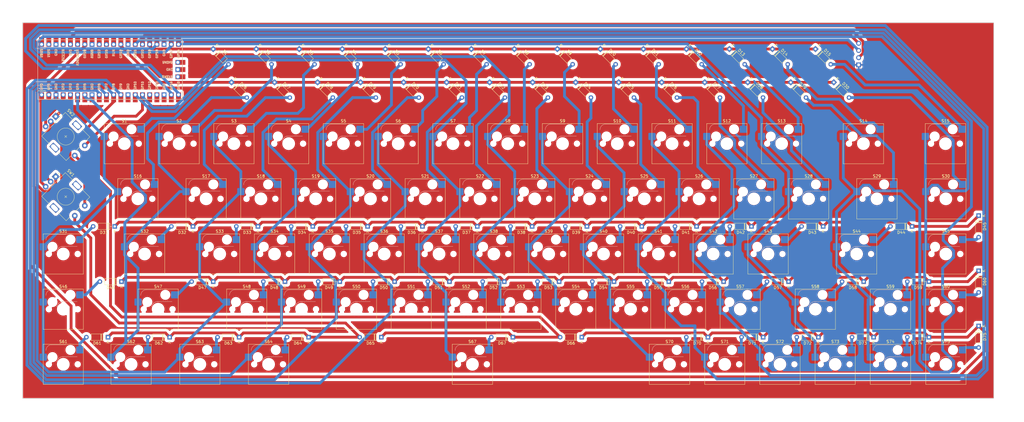
<source format=kicad_pcb>
(kicad_pcb (version 20221018) (generator pcbnew)
  (layers (0 "F.Cu" signal) (31 "B.Cu" signal) (34 "B.Paste" user) (35 "F.Paste" user) (36 "B.SilkS" user "B.Silkscreen") (37 "F.SilkS" user "F.Silkscreen") (38 "B.Mask" user) (39 "F.Mask" user) (44 "Edge.Cuts" user))
  (net 0 "")
  (net 16 "VCC")
  (net 17 "SDA")
  (net 18 "SCL")
  (net 19 "ROW 04")
  (net 20 "ROW 03")
  (net 21 "ROW 02")
  (net 22 "ROW 01")
  (net 23 "ROW 00")
  (net 24 "Net-(D9-A)")
  (net 25 "Net-(D8-A)")
  (net 26 "Net-(D75-A)")
  (net 27 "Net-(D74-A)")
  (net 28 "Net-(D73-A)")
  (net 29 "Net-(D72-A)")
  (net 30 "Net-(D71-A)")
  (net 31 "Net-(D70-A)")
  (net 32 "Net-(D7-A)")
  (net 33 "Net-(D67-A)")
  (net 34 "Net-(D65-K)")
  (net 35 "Net-(D64-A)")
  (net 36 "Net-(D63-A)")
  (net 37 "Net-(D62-A)")
  (net 38 "Net-(D61-K)")
  (net 39 "Net-(D61-A)")
  (net 40 "Net-(D60-A)")
  (net 41 "Net-(D6-A)")
  (net 42 "Net-(D59-A)")
  (net 43 "Net-(D58-A)")
  (net 44 "Net-(D57-A)")
  (net 45 "Net-(D56-A)")
  (net 46 "Net-(D55-A)")
  (net 47 "Net-(D54-A)")
  (net 48 "Net-(D53-A)")
  (net 49 "Net-(D52-A)")
  (net 50 "Net-(D51-A)")
  (net 51 "Net-(D50-A)")
  (net 52 "Net-(D5-A)")
  (net 53 "Net-(D49-A)")
  (net 54 "Net-(D48-A)")
  (net 55 "Net-(D47-A)")
  (net 56 "Net-(D46-A)")
  (net 57 "Net-(D45-A)")
  (net 58 "Net-(D44-A)")
  (net 59 "Net-(D43-A)")
  (net 60 "Net-(D42-A)")
  (net 61 "Net-(D41-A)")
  (net 62 "Net-(D40-A)")
  (net 63 "Net-(D4-A)")
  (net 64 "Net-(D39-A)")
  (net 65 "Net-(D38-A)")
  (net 66 "Net-(D37-A)")
  (net 67 "Net-(D36-A)")
  (net 68 "Net-(D35-A)")
  (net 69 "Net-(D34-A)")
  (net 70 "Net-(D33-A)")
  (net 71 "Net-(D32-A)")
  (net 72 "Net-(D31-A)")
  (net 73 "Net-(D30-A)")
  (net 74 "Net-(D3-A)")
  (net 75 "Net-(D29-A)")
  (net 76 "Net-(D28-A)")
  (net 77 "Net-(D27-A)")
  (net 78 "Net-(D26-A)")
  (net 79 "Net-(D25-A)")
  (net 80 "Net-(D24-A)")
  (net 81 "Net-(D23-A)")
  (net 82 "Net-(D22-A)")
  (net 83 "Net-(D21-A)")
  (net 84 "Net-(D20-A)")
  (net 85 "Net-(D2-A)")
  (net 86 "Net-(D19-A)")
  (net 87 "Net-(D18-A)")
  (net 88 "Net-(D17-A)")
  (net 89 "Net-(D16-A)")
  (net 90 "Net-(D15-A)")
  (net 91 "Net-(D14-A)")
  (net 92 "Net-(D13-A)")
  (net 93 "Net-(D12-A)")
  (net 94 "Net-(D11-A)")
  (net 95 "Net-(D10-A)")
  (net 96 "Net-(D1-A)")
  (net 97 "GND")
  (net 98 "EC 2B")
  (net 99 "EC 2A")
  (net 100 "EC 1B")
  (net 101 "EC 1A")
  (net 102 "COLUMN 16")
  (net 103 "COLUMN 13")
  (net 104 "COLUMN 12")
  (net 105 "COLUMN 11")
  (net 106 "COLUMN 10")
  (net 107 "COLUMN 09")
  (net 108 "COLUMN 08")
  (net 109 "COLUMN 07")
  (net 110 "COLUMN 06")
  (net 111 "COLUMN 05")
  (net 112 "COLUMN 04")
  (net 113 "COLUMN 03")
  (net 114 "COLUMN 02")
  (net 115 "COLUMN 01")
  (net 116 "COLUMN 00")
  (footprint "ScottoKeebs_Hotswap:Hotswap_MX_1.00u" (layer "F.Cu") (at 549.95158 131.139374)
    (fp_text reference "S57")
    (fp_text value "Keyswitch")
  )
  (footprint "ScottoKeebs_Hotswap:Hotswap_MX_1.00u" (layer "F.Cu") (at 385.784916 111.64)
    (fp_text reference "S34")
    (fp_text value "Keyswitch")
  )
  (footprint "ScottoKeebs_Hotswap:Hotswap_MX_1.00u" (layer "F.Cu") (at 602.8995 131.139374)
    (fp_text reference "S59")
    (fp_text value "Keyswitch")
  )
  (footprint "ScottoKeebs_Hotswap:Hotswap_MX_1.25u" (layer "F.Cu") (at 359.451062 150.580626)
    (fp_text reference "S63")
    (fp_text value "Keyswitch")
  )
  (footprint "ScottoKeebs_Components:Diode_DO-35" (layer "F.Cu") (at 329.455375 101.904843 180)
    (fp_text reference "D31")
    (fp_text value "Diode")
  )
  (footprint "ScottoKeebs_Hotswap:Hotswap_MX_1.00u" (layer "F.Cu") (at 472.630748 131.139374)
    (fp_text reference "S53")
    (fp_text value "Keyswitch")
  )
  (footprint "ScottoKeebs_Hotswap:Hotswap_MX_1.00u" (layer "F.Cu") (at 438.905265 92.169687)
    (fp_text reference "S21")
    (fp_text value "Keyswitch")
  )
  (footprint "ScottoKeebs_Components:Diode_DO-35" (layer "F.Cu") (at 507.094218 51.055501 -45)
    (fp_text reference "D25")
    (fp_text value "Diode")
  )
  (footprint "ScottoKeebs_Components:Diode_DO-35" (layer "F.Cu") (at 416.10597 51.055501 -45)
    (fp_text reference "D19")
    (fp_text value "Diode")
  )
  (footprint "ScottoKeebs_Components:Diode_DO-35" (layer "F.Cu") (at 505.43606 121.389687 180)
    (fp_text reference "D54")
    (fp_text value "Diode")
  )
  (footprint "ScottoKeebs_Components:Diode_DO-35" (layer "F.Cu") (at 476.764802 51.055501 -45)
    (fp_text reference "D23")
    (fp_text value "Diode")
  )
  (footprint "ScottoKeebs_Hotswap:Hotswap_MX_1.00u" (layer "F.Cu") (at 544.48856 150.580626)
    (fp_text reference "S71")
    (fp_text value "Keyswitch")
  )
  (footprint "ScottoKeebs_Hotswap:Hotswap_MX_1.00u" (layer "F.Cu") (at 352.145652 72.699374)
    (fp_text reference "S2")
    (fp_text value "Keyswitch")
  )
  (footprint "ScottoKeebs_Hotswap:Hotswap_MX_1.00u" (layer "F.Cu") (at 525.92353 72.699374)
    (fp_text reference "S11")
    (fp_text value "Keyswitch")
  )
  (footprint "ScottoKeebs_Hotswap:Hotswap_MX_1.00u" (layer "F.Cu") (at 622.437 92.169687)
    (fp_text reference "S30")
    (fp_text value "Keyswitch")
  )
  (footprint "ScottoKeebs_Hotswap:Hotswap_MX_1.00u" (layer "F.Cu") (at 516.139877 92.169687)
    (fp_text reference "S25")
    (fp_text value "Keyswitch")
  )
  (footprint "ScottoKeebs_Components:Diode_DO-35" (layer "F.Cu") (at 389.454812 121.389687 180)
    (fp_text reference "D48")
    (fp_text value "Diode")
  )
  (footprint "ScottoKeebs_Hotswap:Hotswap_MX_6.25u" (layer "F.Cu") (at 455.541686 150.580626)
    (fp_text reference "S67")
    (fp_text value "Keyswitch")
  )
  (footprint "ScottoKeebs_Hotswap:Hotswap_MX_1.00u" (layer "F.Cu") (at 419.596612 92.169687)
    (fp_text reference "S20")
    (fp_text value "Keyswitch")
  )
  (footprint "ScottoKeebs_Components:Diode_DO-35" (layer "F.Cu") (at 558.033716 141 180)
    (fp_text reference "D71")
    (fp_text value "Diode")
  )
  (footprint "ScottoKeebs_Components:Diode_DO-35" (layer "F.Cu") (at 552.588342 51.055501 -45)
    (fp_text reference "D28")
    (fp_text value "Diode")
  )
  (footprint "ScottoKeebs_Components:Diode_DO-35" (layer "F.Cu") (at 373.31 141 180)
    (fp_text reference "D63")
    (fp_text value "Diode")
  )
  (footprint "ScottoKeebs_Components:Diode_DO-35" (layer "F.Cu") (at 566.998559 121.389687 180)
    (fp_text reference "D57")
    (fp_text value "Diode")
  )
  (footprint "ScottoKeebs_Components:Diode_DO-35" (layer "F.Cu") (at 379.929812 101.904843 180)
    (fp_text reference "D33")
    (fp_text value "Diode")
  )
  (footprint "ScottoKeebs_Components:Diode_DO-35" (layer "F.Cu") (at 348.81 141 180)
    (fp_text reference "D62")
    (fp_text value "Diode")
  )
  (footprint "ScottoKeebs_Hotswap:Hotswap_MX_1.00u" (layer "F.Cu") (at 405.115124 111.64)
    (fp_text reference "S35")
    (fp_text value "Keyswitch")
  )
  (footprint "ScottoKeebs_Hotswap:Hotswap_MX_1.00u" (layer "F.Cu") (at 487.306224 72.699374)
    (fp_text reference "S9")
    (fp_text value "Keyswitch")
  )
  (footprint "ScottoKeebs_Components:Diode_DO-35" (layer "F.Cu") (at 385.776554 51.055501 -45)
    (fp_text reference "D17")
    (fp_text value "Diode")
  )
  (footprint "ScottoKeebs_Hotswap:Hotswap_MX_1.00u" (layer "F.Cu") (at 583.429184 150.580626)
    (fp_text reference "S73")
    (fp_text value "Keyswitch")
  )
  (footprint "ScottoKeebs_Hotswap:Hotswap_MX_1.00u" (layer "F.Cu") (at 525.018248 150.580626)
    (fp_text reference "S70")
    (fp_text value "Keyswitch")
  )
  (footprint "ScottoKeebs_Hotswap:Hotswap_MX_1.00u" (layer "F.Cu") (at 535.44853 92.169687)
    (fp_text reference "S26")
    (fp_text value "Keyswitch")
  )
  (footprint "ScottoKeebs_Hotswap:Hotswap_MX_1.00u" (layer "F.Cu") (at 559.756788 111.64)
    (fp_text reference "S43")
    (fp_text value "Keyswitch")
  )
  (footprint "ScottoKeebs_Components:Diode_DO-35" (layer "F.Cu") (at 593.472519 121.389687 180)
    (fp_text reference "D58")
    (fp_text value "Diode")
  )
  (footprint "ScottoKeebs_Components:Diode_DO-35" (layer "F.Cu") (at 364.171479 121.389687 180)
    (fp_text reference "D47")
    (fp_text value "Diode")
  )
  (footprint "ScottoKeebs_Components:Diode_DO-35" (layer "F.Cu") (at 379.329428 39.305924 -45)
    (fp_text reference "D2")
    (fp_text value "Diode")
  )
  (footprint "ScottoKeebs_Hotswap:Hotswap_MX_1.00u" (layer "F.Cu") (at 395.309916 131.139374)
    (fp_text reference "S49")
    (fp_text value "Keyswitch")
  )
  (footprint "ScottoKeebs_Components:Diode_DO-35" (layer "F.Cu") (at 634 137.049999 -90)
    (fp_text reference "D75")
    (fp_text value "Diode")
  )
  (footprint "ScottoKeebs_Components:Diode_DO-35" (layer "F.Cu") (at 486.105852 121.389687 180)
    (fp_text reference "D53")
    (fp_text value "Diode")
  )
  (footprint "ScottoKeebs_Hotswap:Hotswap_MX_1.00u" (layer "F.Cu") (at 521.096372 111.64)
    (fp_text reference "S41")
    (fp_text value "Keyswitch")
  )
  (footprint "ScottoKeebs_Components:Diode_DO-35" (layer "F.Cu") (at 524.766268 121.389687 180)
    (fp_text reference "D55")
    (fp_text value "Diode")
  )
  (footprint "ScottoKeebs_Components:Diode_DO-35" (layer "F.Cu") (at 357.027729 101.904843 180)
    (fp_text reference "D32")
    (fp_text value "Diode")
  )
  (footprint "ScottoKeebs_Components:Diode_DO-35" (layer "F.Cu") (at 515.241268 101.904843 180)
    (fp_text reference "D40")
    (fp_text value "Diode")
  )
  (footprint "ScottoKeebs_Hotswap:Hotswap_MX_1.00u" (layer "F.Cu") (at 622.437 131.139373)
    (fp_text reference "S60")
    (fp_text value "Keyswitch")
  )
  (footprint "ScottoKeebs_Components:Diode_DO-35" (layer "F.Cu") (at 546.141216 39.305924 -45)
    (fp_text reference "D13")
    (fp_text value "Diode")
  )
  (footprint "Rotary_Encoder:RotaryEncoder_Alps_EC11E-Switch_Vertical_H20mm" (layer "F.Cu") (at 308.641243 63.105709 -45)
    (fp_text reference "SW2")
    (fp_text value "RotaryEncoder_Switch")
  )
  (footprint "ScottoKeebs_Components:Diode_DO-35" (layer "F.Cu") (at 544.096476 121.389687 180)
    (fp_text reference "D56")
    (fp_text value "Diode")
  )
  (footprint "ScottoKeebs_Hotswap:Hotswap_MX_1.00u" (layer "F.Cu") (at 506.614877 72.699374)
    (fp_text reference "S10")
    (fp_text value "Keyswitch")
  )
  (footprint "ScottoKeebs_Hotswap:Hotswap_MX_1.00u" (layer "F.Cu") (at 414.640124 131.139374)
    (fp_text reference "S50")
    (fp_text value "Keyswitch")
  )
  (footprint "ScottoKeebs_Hotswap:Hotswap_MX_1.00u" (layer "F.Cu") (at 311.31 150.580626)
    (fp_text reference "S61")
    (fp_text value "Keyswitch")
  )
  (footprint "ScottoKeebs_Components:Diode_DO-35" (layer "F.Cu") (at 418.590228 101.904843 180)
    (fp_text reference "D35")
    (fp_text value "Diode")
  )
  (footprint "ScottoKeebs_Components:Diode_DO-35" (layer "F.Cu") (at 577.504028 141 180)
    (fp_text reference "D72")
    (fp_text value "Diode")
  )
  (footprint "ScottoKeebs_Hotswap:Hotswap_MX_1.00u" (layer "F.Cu") (at 400.287959 92.169687)
    (fp_text reference "S19")
    (fp_text value "Keyswitch")
  )
  (footprint "ScottoKeebs_Components:Diode_DO-35" (layer "F.Cu") (at 515.8118 39.305924 -45)
    (fp_text reference "D11")
    (fp_text value "Diode")
  )
  (footprint "ScottoKeebs_Components:Diode_DO-35" (layer "F.Cu") (at 553.901684 101.904843 180)
    (fp_text reference "D42")
    (fp_text value "Diode")
  )
  (footprint "ScottoKeebs_Components:Diode_DO-35" (layer "F.Cu") (at 461.600094 51.055501 -45)
    (fp_text reference "D22")
    (fp_text value "Diode")
  )
  (footprint "ScottoKeebs_Components:Diode_DO-35" (layer "F.Cu") (at 428.115228 121.389687 180)
    (fp_text reference "D50")
    (fp_text value "Diode")
  )
  (footprint "ScottoKeebs_Hotswap:Hotswap_MX_1.25u" (layer "F.Cu") (at 335.21825 150.580626)
    (fp_text reference "S62")
    (fp_text value "Keyswitch")
  )
  (footprint "ScottoKeebs_Hotswap:Hotswap_MX_1.00u" (layer "F.Cu") (at 554.757183 92.169687)
    (fp_text reference "S27")
    (fp_text value "Keyswitch")
  )
  (footprint "ScottoKeebs_Components:Diode_DO-35" (layer "F.Cu") (at 394.494136 39.305924 -45)
    (fp_text reference "D3")
    (fp_text value "Diode")
  )
  (footprint "ScottoKeebs_Components:Diode_DO-35" (layer "F.Cu") (at 331.836625 121.389687 180)
    (fp_text reference "D46")
    (fp_text value "Diode")
  )
  (footprint "ScottoKeebs_Components:Diode_DO-35" (layer "F.Cu") (at 538.563404 141 180)
    (fp_text reference "D70")
    (fp_text value "Diode")
  )
  (footprint "ScottoKeebs_Components:Diode_DO-35" (layer "F.Cu") (at 400.941262 51.055501 -45)
    (fp_text reference "D18")
    (fp_text value "Diode")
  )
  (footprint "ScottoKeebs_Components:Diode_DO-35" (layer "F.Cu") (at 616.47825 121.389687 180)
    (fp_text reference "D59")
    (fp_text value "Diode")
  )
  (footprint "ScottoKeebs_Hotswap:Hotswap_MX_1.75u" (layer "F.Cu") (at 576.425538 131.139374)
    (fp_text reference "S58")
    (fp_text value "Keyswitch")
  )
  (footprint "ScottoKeebs_Components:Diode_DO-35" (layer "F.Cu") (at 634 98.094843 -90)
    (fp_text reference "D45")
    (fp_text value "Diode")
  )
  (footprint "ScottoKeebs_Components:Diode_DO-35" (layer "F.Cu") (at 494.089967 141 180)
    (fp_text reference "D66")
    (fp_text value "Diode")
  )
  (footprint "ScottoKeebs_Hotswap:Hotswap_MX_1.00u" (layer "F.Cu") (at 463.105748 111.64)
    (fp_text reference "S38")
    (fp_text value "Keyswitch")
  )
  (footprint "ScottoKeebs_Hotswap:Hotswap_MX_1.00u" (layer "F.Cu") (at 371.454306 72.699374)
    (fp_text reference "S3")
    (fp_text value "Keyswitch")
  )
  (footprint "ScottoKeebs_Hotswap:Hotswap_MX_1.00u" (layer "F.Cu") (at 511.291164 131.139374)
    (fp_text reference "S55")
    (fp_text value "Keyswitch")
  )
  (footprint "ScottoKeebs_Components:Diode_DO-35" (layer "F.Cu") (at 561.305924 39.305924 -45)
    (fp_text reference "D14")
    (fp_text value "Diode")
  )
  (footprint "ScottoKeebs_Hotswap:Hotswap_MX_1.00u" (layer "F.Cu") (at 429.380265 72.699374)
    (fp_text reference "S6")
    (fp_text value "Keyswitch")
  )
  (footprint "ScottoKeebs_Components:Diode_DO-35" (layer "F.Cu") (at 364.16472 39.305924 -45)
    (fp_text reference "D1")
    (fp_text value "Diode")
  )
  (footprint "ScottoKeebs_Components:Diode_DO-35" (layer "F.Cu") (at 457.250644 101.904843 180)
    (fp_text reference "D37")
    (fp_text value "Diode")
  )
  (footprint "ScottoKeebs_Hotswap:Hotswap_MX_1.00u" (layer "F.Cu") (at 477.522571 92.169687)
    (fp_text reference "S23")
    (fp_text value "Keyswitch")
  )
  (footprint "ScottoKeebs_Components:Diode_DO-35" (layer "F.Cu") (at 491.92951 51.055501 -45)
    (fp_text reference "D24")
    (fp_text value "Diode")
  )
  (footprint "ScottoKeebs_Components:Diode_DO-35" (layer "F.Cu") (at 397.81 141 180)
    (fp_text reference "D64")
    (fp_text value "Diode")
  )
  (footprint "ScottoKeebs_Hotswap:Hotswap_MX_1.00u" (layer "F.Cu") (at 501.766164 111.64)
    (fp_text reference "S40")
    (fp_text value "Keyswitch")
  )
  (footprint "ScottoKeebs_Hotswap:Hotswap_MX_1.00u" (layer "F.Cu") (at 540.42658 111.64)
    (fp_text reference "S42")
    (fp_text value "Keyswitch")
  )
  (footprint "ScottoKeebs_Components:Diode_DO-35" (layer "F.Cu") (at 534.571476 101.904843 180)
    (fp_text reference "D41")
    (fp_text value "Diode")
  )
  (footprint "ScottoKeebs_Components:Diode_DO-35" (layer "F.Cu") (at 466.775644 121.389687 180)
    (fp_text reference "D52")
    (fp_text value "Diode")
  )
  (footprint "ScottoKeebs_Hotswap:Hotswap_MX_1.00u" (layer "F.Cu") (at 622.437 111.639999)
    (fp_text reference "S45")
    (fp_text value "Keyswitch")
  )
  (footprint "ScottoKeebs_Components:Diode_DO-35" (layer "F.Cu") (at 476.580852 101.904843 180)
    (fp_text reference "D38")
    (fp_text value "Diode")
  )
  (footprint "ScottoKeebs_Components:Diode_DO-35" (layer "F.Cu") (at 537.423634 51.055501 -45)
    (fp_text reference "D27")
    (fp_text value "Diode")
  )
  (footprint "ScottoKeebs_Components:Diode_DO-35" (layer "F.Cu") (at 446.435386 51.055501 -45)
    (fp_text reference "D21")
    (fp_text value "Diode")
  )
  (footprint "ScottoKeebs_Components:Diode_DO-35" (layer "F.Cu") (at 596.974342 141 180)
    (fp_text reference "D73")
    (fp_text value "Diode")
  )
  (footprint "ScottoKeebs_Components:OLED_128x32" (layer "F.Cu") (at 590.095 35.095)
    (fp_text reference "J1" hide)
    (fp_text value "OLED_128x32")
  )
  (footprint "ScottoKeebs_Components:Diode_DO-35" (layer "F.Cu") (at 470.317676 39.305924 -45)
    (fp_text reference "D8")
    (fp_text value "Diode")
  )
  (footprint "ScottoKeebs_Hotswap:Hotswap_MX_1.00u" (layer "F.Cu") (at 375.979708 131.139374)
    (fp_text reference "S48")
    (fp_text value "Keyswitch")
  )
  (footprint "ScottoKeebs_Components:Diode_DO-35" (layer "F.Cu") (at 610.525125 101.904843 180)
    (fp_text reference "D44")
    (fp_text value "Diode")
  )
  (footprint "ScottoKeebs_Components:Diode_DO-35" (layer "F.Cu") (at 327.074125 141 180)
    (fp_text reference "D61")
    (fp_text value "Diode")
  )
  (footprint "ScottoKeebs_Hotswap:Hotswap_MX_1.00u" (layer "F.Cu") (at 424.445332 111.64)
    (fp_text reference "S36")
    (fp_text value "Keyswitch")
  )
  (footprint "ScottoKeebs_Components:Diode_DO-35" (layer "F.Cu") (at 431.270678 51.055501 -45)
    (fp_text reference "D20")
    (fp_text value "Diode")
  )
  (footprint "ScottoKeebs_Components:Diode_DO-35" (layer "F.Cu") (at 500.647092 39.305924 -45)
    (fp_text reference "D10")
    (fp_text value "Diode")
  )
  (footprint "ScottoKeebs_Hotswap:Hotswap_MX_1.00u" (layer "F.Cu") (at 622.437 150.580625)
    (fp_text reference "S75")
    (fp_text value "Keyswitch")
  )
  (footprint "ScottoKeebs_Hotswap:Hotswap_MX_1.75u" (layer "F.Cu") (at 339.98075 111.64)
    (fp_text reference "S32")
    (fp_text value "Keyswitch")
  )
  (footprint "ScottoKeebs_Hotswap:Hotswap_MX_1.25u" (layer "F.Cu") (at 383.683874 150.580626)
    (fp_text reference "S64")
    (fp_text value "Keyswitch")
  )
  (footprint "ScottoKeebs_Components:Diode_DO-35" (layer "F.Cu") (at 447.445436 121.389687 180)
    (fp_text reference "D51")
    (fp_text value "Diode")
  )
  (footprint "ScottoKeebs_Components:Diode_DO-35" (layer "F.Cu") (at 530.976508 39.305924 -45)
    (fp_text reference "D12")
    (fp_text value "Diode")
  )
  (footprint "ScottoKeebs_Hotswap:Hotswap_MX_1.00u" (layer "F.Cu") (at 361.670652 92.169687)
    (fp_text reference "S17")
    (fp_text value "Keyswitch")
  )
  (footprint "ScottoKeebs_Components:Diode_DO-35" (layer "F.Cu") (at 469.81 141 180)
    (fp_text reference "D67")
    (fp_text value "Diode")
  )
  (footprint "ScottoKeebs_Components:Diode_DO-35" (layer "F.Cu") (at 634 117.579686 -90)
    (fp_text reference "D60")
    (fp_text value "Diode")
  )
  (footprint "ScottoKeebs_Hotswap:Hotswap_MX_1.00u" (layer "F.Cu") (at 332.837 72.699374)
    (fp_text reference "S1")
    (fp_text value "Keyswitch")
  )
  (footprint "ScottoKeebs_Hotswap:Hotswap_MX_1.00u" (layer "F.Cu") (at 602.8995 150.580626)
    (fp_text reference "S74")
    (fp_text value "Keyswitch")
  )
  (footprint "ScottoKeebs_Components:Diode_DO-35" (layer "F.Cu") (at 576.470642 39.305924 -45)
    (fp_text reference "D15")
    (fp_text value "Diode")
  )
  (footprint "ScottoKeebs_Components:Diode_DO-35" (layer "F.Cu") (at 485.482384 39.305924 -45)
    (fp_text reference "D9")
    (fp_text value "Diode")
  )
  (footprint "ScottoKeebs_Hotswap:Hotswap_MX_1.00u" (layer "F.Cu") (at 380.979306 92.169687)
    (fp_text reference "S18")
    (fp_text value "Keyswitch")
  )
  (footprint "ScottoKeebs_Components:Diode_DO-35" (layer "F.Cu") (at 437.920436 101.904843 180)
    (fp_text reference "D36")
    (fp_text value "Diode")
  )
  (footprint "ScottoKeebs_Hotswap:Hotswap_MX_1.00u" (layer "F.Cu") (at 496.831224 92.169687)
    (fp_text reference "S24")
    (fp_text value "Keyswitch")
  )
  (footprint "ScottoKeebs_Hotswap:Hotswap_MX_1.00u" (layer "F.Cu") (at 574.065835 92.169687)
    (fp_text reference "S28")
    (fp_text value "Keyswitch")
  )
  (footprint "ScottoKeebs_Hotswap:Hotswap_MX_1.00u" (layer "F.Cu") (at 443.77554 111.64)
    (fp_text reference "S37")
    (fp_text value "Keyswitch")
  )
  (footprint "ScottoKeebs_Components:Diode_DO-35" (layer "F.Cu") (at 439.98826 39.305924 -45)
    (fp_text reference "D6")
    (fp_text value "Diode")
  )
  (footprint "ScottoKeebs_Components:Diode_DO-35" (layer "F.Cu") (at 495.91106 101.904843 180)
    (fp_text reference "D39")
    (fp_text value "Diode")
  )
  (footprint "ScottoKeebs_Hotswap:Hotswap_MX_1.00u" (layer "F.Cu") (at 453.30054 131.139374)
    (fp_text reference "S52")
    (fp_text value "Keyswitch")
  )
  (footprint "ScottoKeebs_Hotswap:Hotswap_MX_2.00u" (layer "F.Cu") (at 593.374499 72.699374)
    (fp_text reference "S14")
    (fp_text value "Keyswitch")
  )
  (footprint "ScottoKeebs_MCU:Raspberry_Pi_Pico" (layer "F.Cu") (at 327.795 46.555 90)
    (fp_text reference "U1" hide)
    (fp_text value "Raspberry_Pi_Pico" hide)
  )
  (footprint "ScottoKeebs_Hotswap:Hotswap_MX_1.00u" (layer "F.Cu") (at 482.435956 111.64)
    (fp_text reference "S39")
    (fp_text value "Keyswitch")
  )
  (footprint "ScottoKeebs_Components:Diode_DO-35" (layer "F.Cu") (at 567.75305 51.055501 -45)
    (fp_text reference "D29")
    (fp_text value "Diode")
  )
  (footprint "ScottoKeebs_Components:Diode_DO-35" (layer "F.Cu") (at 409.658844 39.305924 -45)
    (fp_text reference "D4")
    (fp_text value "Diode")
  )
  (footprint "ScottoKeebs_Components:Diode_DO-35" (layer "F.Cu") (at 424.823552 39.305924 -45)
    (fp_text reference "D5")
    (fp_text value "Diode")
  )
  (footprint "ScottoKeebs_Components:Diode_DO-35" (layer "F.Cu") (at 423.42278 141 180)
    (fp_text reference "D65")
    (fp_text value "Diode")
  )
  (footprint "ScottoKeebs_Components:Diode_DO-35" (layer "F.Cu") (at 455.152968 39.305924 -45)
    (fp_text reference "D7")
    (fp_text value "Diode")
  )
  (footprint "ScottoKeebs_Components:Diode_DO-35" (layer "F.Cu") (at 399.26002 101.904843 180)
    (fp_text reference "D34")
    (fp_text value "Diode")
  )
  (footprint "ScottoKeebs_Components:Diode_DO-35" (layer "F.Cu") (at 370.611846 51.055501 -45)
    (fp_text reference "D16")
    (fp_text value "Diode")
  )
  (footprint "ScottoKeebs_Hotswap:Hotswap_MX_1.50u" (layer "F.Cu") (at 337.5995 92.169687)
    (fp_text reference "S16")
    (fp_text value "Keyswitch")
  )
  (footprint "ScottoKeebs_Hotswap:Hotswap_MX_1.00u" (layer "F.Cu") (at 390.762959 72.699374)
    (fp_text reference "S4")
    (fp_text value "Keyswitch")
  )
  (footprint "ScottoKeebs_Hotswap:Hotswap_MX_1.00u" (layer "F.Cu") (at 433.970332 131.139374)
    (fp_text reference "S51")
    (fp_text value "Keyswitch")
  )
  (footprint "ScottoKeebs_Hotswap:Hotswap_MX_1.00u" (layer "F.Cu") (at 545.232183 72.699374)
    (fp_text reference "S12")
    (fp_text value "Keyswitch")
  )
  (footprint "ScottoKeebs_Hotswap:Hotswap_MX_1.50u" (layer "F.Cu") (at 598.137 92.169687)
    (fp_text reference "S29")
    (fp_text value "Keyswitch")
  )
  (footprint "ScottoKeebs_Components:Diode_DO-35" (layer "F.Cu") (at 522.258926 51.055501 -45)
    (fp_text reference "D26")
    (fp_text value "Diode")
  )
  (footprint "ScottoKeebs_Hotswap:Hotswap_MX_1.00u" (layer "F.Cu") (at 530.621372 131.139374)
    (fp_text reference "S56")
    (fp_text value "Keyswitch")
  )
  (footprint "ScottoKeebs_Hotswap:Hotswap_MX_1.00u" (layer "F.Cu") (at 448.688918 72.699374)
    (fp_text reference "S7")
    (fp_text value "Keyswitch")
  )
  (footprint "ScottoKeebs_Hotswap:Hotswap_MX_2.25u" (layer "F.Cu") (at 344.74325 131.139374)
    (fp_text reference "S47")
    (fp_text value "Keyswitch")
  )
  (footprint "ScottoKeebs_Hotswap:Hotswap_MX_1.00u" (layer "F.Cu") (at 410.071612 72.699374)
    (fp_text reference "S5")
    (fp_text value "Keyswitch")
  )
  (footprint "ScottoKeebs_Components:Diode_DO-35" (layer "F.Cu") (at 582.917768 51.055501 -45)
    (fp_text reference "D30")
    (fp_text value "Diode")
  )
  (footprint "ScottoKeebs_Hotswap:Hotswap_MX_1.00u" (layer "F.Cu") (at 467.997571 72.699374)
    (fp_text reference "S8")
    (fp_text value "Keyswitch")
  )
  (footprint "ScottoKeebs_Hotswap:Hotswap_MX_1.00u" (layer "F.Cu") (at 366.454708 111.64)
    (fp_text reference "S33")
    (fp_text value "Keyswitch")
  )
  (footprint "ScottoKeebs_Hotswap:Hotswap_MX_1.00u" (layer "F.Cu") (at 622.3 72.699374)
    (fp_text reference "S15")
    (fp_text value "Keyswitch")
  )
  (footprint "ScottoKeebs_Components:Diode_DO-35" (layer "F.Cu") (at 408.78502 121.389687 180)
    (fp_text reference "D49")
    (fp_text value "Diode")
  )
  (footprint "ScottoKeebs_Hotswap:Hotswap_MX_1.00u" (layer "F.Cu") (at 491.960956 131.139374)
    (fp_text reference "S54")
    (fp_text value "Keyswitch")
  )
  (footprint "ScottoKeebs_Components:Diode_DO-35" (layer "F.Cu") (at 579.185019 101.904843 180)
    (fp_text reference "D43")
    (fp_text value "Diode")
  )
  (footprint "ScottoKeebs_Hotswap:Hotswap_MX_1.00u" (layer "F.Cu") (at 458.213918 92.169687)
    (fp_text reference "S22")
    (fp_text value "Keyswitch")
  )
  (footprint "ScottoKeebs_Hotswap:Hotswap_MX_2.25u" (layer "F.Cu") (at 590.99325 111.639999)
    (fp_text reference "S44")
    (fp_text value "Keyswitch")
  )
  (footprint "ScottoKeebs_Components:Diode_DO-35" (layer "F.Cu") (at 616.47825 141 180)
    (fp_text reference "D74")
    (fp_text value "Diode")
  )
  (footprint "ScottoKeebs_Hotswap:Hotswap_MX_1.00u" (layer "F.Cu") (at 564.540835 72.699374)
    (fp_text reference "S13")
    (fp_text value "Keyswitch")
  )
  (footprint "ScottoKeebs_Hotswap:Hotswap_MX_1.00u" (layer "F.Cu") (at 311.31 131.139374)
    (fp_text reference "S46")
    (fp_text value "Keyswitch")
  )
  (footprint "ScottoKeebs_Hotswap:Hotswap_MX_1.00u" (layer "F.Cu") (at 563.958872 150.580626)
    (fp_text reference "S72")
    (fp_text value "Keyswitch")
  )
  (footprint "ScottoKeebs_Hotswap:Hotswap_MX_1.00u" (layer "F.Cu") (at 311.31 111.64)
    (fp_text reference "S31")
    (fp_text value "Keyswitch")
  )
  (footprint "Rotary_Encoder:RotaryEncoder_Alps_EC11E-Switch_Vertical_H20mm" (layer "F.Cu") (at 308.641243 84.349997 -45)
    (fp_text reference "SW1")
    (fp_text value "RotaryEncoder_Switch")
  )
  (gr_rect (start 297 30) (end 639.3 162.6) (stroke (width 0.2)) (fill none) (layer "Edge.Cuts"))
  (segment (start 313.825 35.305) (end 313.825 37.665) (width 1) (layer "F.Cu") (net 16))
  (segment (start 589.727032 33.115) (end 316.015 33.115) (width 1) (layer "F.Cu") (net 16))
  (segment (start 593.245 36.632968) (end 589.727032 33.115) (width 1) (layer "F.Cu") (net 16))
  (segment (start 591.695 42.355) (end 593.245 40.805) (width 1) (layer "F.Cu") (net 16))
  (segment (start 593.245 40.805) (end 593.245 36.632968) (width 1) (layer "F.Cu") (net 16))
  (segment (start 316.015 33.115) (end 313.825 35.305) (width 1) (layer "F.Cu") (net 16))
  (segment (start 588.735 34.315) (end 340.215 34.315) (width 1) (layer "F.Cu") (net 17))
  (segment (start 339.225 35.305) (end 339.225 37.665) (width 1) (layer "F.Cu") (net 17))
  (segment (start 591.695 37.275) (end 588.735 34.315) (width 1) (layer "F.Cu") (net 17))
  (segment (start 340.215 34.315) (end 339.225 35.305) (width 1) (layer "F.Cu") (net 17))
  (segment (start 591.695 39.815) (end 587.995 36.115) (width 1) (layer "B.Cu") (net 18))
  (segment (start 587.995 36.115) (end 338.235 36.115) (width 1) (layer "B.Cu") (net 18))
  (segment (start 338.235 36.115) (end 336.685 37.665) (width 1) (layer "B.Cu") (net 18))
  (segment (start 538.563404 141) (end 540.063404 139.5) (width 1) (layer "F.Cu") (net 19))
  (segment (start 495.589967 139.5) (end 537.063404 139.5) (width 1) (layer "F.Cu") (net 19))
  (segment (start 559.533716 139.5) (end 576.004028 139.5) (width 1) (layer "F.Cu") (net 19))
  (segment (start 630.049999 141) (end 634 137.049999) (width 1) (layer "F.Cu") (net 19))
  (segment (start 636 139.049999) (end 634 137.049999) (width 1) (layer "F.Cu") (net 19))
  (segment (start 299.715 115.655287) (end 314.06 130.000287) (width 1) (layer "F.Cu") (net 19))
  (segment (start 596.974342 141) (end 598.474342 139.5) (width 1) (layer "F.Cu") (net 19))
  (segment (start 299.715 52.285) (end 299.715 115.655287) (width 1) (layer "F.Cu") (net 19))
  (segment (start 577.504028 141) (end 579.004028 139.5) (width 1) (layer "F.Cu") (net 19))
  (segment (start 595.474342 139.5) (end 596.974342 141) (width 1) (layer "F.Cu") (net 19))
  (segment (start 305.635 51.495) (end 300.505 51.495) (width 1) (layer "F.Cu") (net 19))
  (segment (start 579.004028 139.5) (end 595.474342 139.5) (width 1) (layer "F.Cu") (net 19))
  (segment (start 616.47825 141) (end 630.049999 141) (width 1) (layer "F.Cu") (net 19))
  (segment (start 598.474342 139.5) (end 614.97825 139.5) (width 1) (layer "F.Cu") (net 19))
  (segment (start 576.004028 139.5) (end 577.504028 141) (width 1) (layer "F.Cu") (net 19))
  (segment (start 494.089967 141) (end 495.589967 139.5) (width 1) (layer "F.Cu") (net 19))
  (segment (start 556.533716 139.5) (end 558.033716 141) (width 1) (layer "F.Cu") (net 19))
  (segment (start 314.06 138.06) (end 331 155) (width 1) (layer "F.Cu") (net 19))
  (segment (start 636 146) (end 636 139.049999) (width 1) (layer "F.Cu") (net 19))
  (segment (start 540.063404 139.5) (end 556.533716 139.5) (width 1) (layer "F.Cu") (net 19))
  (segment (start 537.063404 139.5) (end 538.563404 141) (width 1) (layer "F.Cu") (net 19))
  (segment (start 314.06 130.000287) (end 314.06 138.06) (width 1) (layer "F.Cu") (net 19))
  (segment (start 558.033716 141) (end 559.533716 139.5) (width 1) (layer "F.Cu") (net 19))
  (segment (start 318.905 38.225) (end 305.635 51.495) (width 1) (layer "F.Cu") (net 19))
  (segment (start 627 155) (end 636 146) (width 1) (layer "F.Cu") (net 19))
  (segment (start 331 155) (end 627 155) (width 1) (layer "F.Cu") (net 19))
  (segment (start 614.97825 139.5) (end 616.47825 141) (width 1) (layer "F.Cu") (net 19))
  (segment (start 300.505 51.495) (end 299.715 52.285) (width 1) (layer "F.Cu") (net 19))
  (segment (start 318.905 37.665) (end 318.905 38.225) (width 1) (layer "F.Cu") (net 19))
  (segment (start 318.905 37.665) (end 319 37.57) (width 1) (layer "B.Cu") (net 19))
  (segment (start 544.096476 121.389687) (end 545.596476 119.889687) (width 1) (layer "F.Cu") (net 20))
  (segment (start 465.275644 119.889687) (end 466.775644 121.389687) (width 1) (layer "F.Cu") (net 20))
  (segment (start 466.775644 121.389687) (end 468.275644 119.889687) (width 1) (layer "F.Cu") (net 20))
  (segment (start 389.454812 121.389687) (end 390.954812 119.889687) (width 1) (layer "F.Cu") (net 20))
  (segment (start 505.43606 121.389687) (end 506.93606 119.889687) (width 1) (layer "F.Cu") (net 20))
  (segment (start 545.596476 119.889687) (end 565.498559 119.889687) (width 1) (layer "F.Cu") (net 20))
  (segment (start 566.998559 121.389687) (end 568.498559 119.889687) (width 1) (layer "F.Cu") (net 20))
  (segment (start 407.28502 119.889687) (end 408.78502 121.389687) (width 1) (layer "F.Cu") (net 20))
  (segment (start 524.766268 121.389687) (end 526.266268 119.889687) (width 1) (layer "F.Cu") (net 20))
  (segment (start 362.671479 119.889687) (end 364.171479 121.389687) (width 1) (layer "F.Cu") (net 20))
  (segment (start 429.615228 119.889687) (end 445.945436 119.889687) (width 1) (layer "F.Cu") (net 20))
  (segment (start 616.47825 121.389687) (end 630.189999 121.389687) (width 1) (layer "F.Cu") (net 20))
  (segment (start 614.97825 119.889687) (end 616.47825 121.389687) (width 1) (layer "F.Cu") (net 20))
  (segment (start 487.605852 119.889687) (end 503.93606 119.889687) (width 1) (layer "F.Cu") (net 20))
  (segment (start 426.615228 119.889687) (end 428.115228 121.389687) (width 1) (layer "F.Cu") (net 20))
  (segment (start 565.498559 119.889687) (end 566.998559 121.389687) (width 1) (layer "F.Cu") (net 20))
  (segment (start 333.336625 119.889687) (end 362.671479 119.889687) (width 1) (layer "F.Cu") (net 20))
  (segment (start 387.954812 119.889687) (end 389.454812 121.389687) (width 1) (layer "F.Cu") (net 20))
  (segment (start 448.945436 119.889687) (end 465.275644 119.889687) (width 1) (layer "F.Cu") (net 20))
  (segment (start 390.954812 119.889687) (end 407.28502 119.889687) (width 1) (layer "F.Cu") (net 20))
  (segment (start 410.28502 119.889687) (end 426.615228 119.889687) (width 1) (layer "F.Cu") (net 20))
  (segment (start 447.445436 121.389687) (end 448.945436 119.889687) (width 1) (layer "F.Cu") (net 20))
  (segment (start 468.275644 119.889687) (end 484.605852 119.889687) (width 1) (layer "F.Cu") (net 20))
  (segment (start 568.498559 119.889687) (end 591.972519 119.889687) (width 1) (layer "F.Cu") (net 20))
  (segment (start 364.171479 121.389687) (end 365.671479 119.889687) (width 1) (layer "F.Cu") (net 20))
  (segment (start 523.266268 119.889687) (end 524.766268 121.389687) (width 1) (layer "F.Cu") (net 20))
  (segment (start 331.836625 121.389687) (end 333.336625 119.889687) (width 1) (layer "F.Cu") (net 20))
  (segment (start 593.472519 121.389687) (end 594.972519 119.889687) (width 1) (layer "F.Cu") (net 20))
  (segment (start 542.596476 119.889687) (end 544.096476 121.389687) (width 1) (layer "F.Cu") (net 20))
  (segment (start 594.972519 119.889687) (end 614.97825 119.889687) (width 1) (layer "F.Cu") (net 20))
  (segment (start 484.605852 119.889687) (end 486.105852 121.389687) (width 1) (layer "F.Cu") (net 20))
  (segment (start 503.93606 119.889687) (end 505.43606 121.389687) (width 1) (layer "F.Cu") (net 20))
  (segment (start 486.105852 121.389687) (end 487.605852 119.889687) (width 1) (layer "F.Cu") (net 20))
  (segment (start 365.671479 119.889687) (end 387.954812 119.889687) (width 1) (layer "F.Cu") (net 20))
  (segment (start 526.266268 119.889687) (end 542.596476 119.889687) (width 1) (layer "F.Cu") (net 20))
  (segment (start 591.972519 119.889687) (end 593.472519 121.389687) (width 1) (layer "F.Cu") (net 20))
  (segment (start 630.189999 121.389687) (end 634 117.579686) (width 1) (layer "F.Cu") (net 20))
  (segment (start 428.115228 121.389687) (end 429.615228 119.889687) (width 1) (layer "F.Cu") (net 20))
  (segment (start 506.93606 119.889687) (end 523.266268 119.889687) (width 1) (layer "F.Cu") (net 20))
  (segment (start 408.78502 121.389687) (end 410.28502 119.889687) (width 1) (layer "F.Cu") (net 20))
  (segment (start 445.945436 119.889687) (end 447.445436 121.389687) (width 1) (layer "F.Cu") (net 20))
  (segment (start 330.955375 100.404843) (end 355.527729 100.404843) (width 1) (layer "F.Cu") (net 21))
  (segment (start 455.750644 100.404843) (end 457.250644 101.904843) (width 1) (layer "F.Cu") (net 21))
  (segment (start 497.41106 100.404843) (end 513.741268 100.404843) (width 1) (layer "F.Cu") (net 21))
  (segment (start 439.420436 100.404843) (end 455.750644 100.404843) (width 1) (layer "F.Cu") (net 21))
  (segment (start 379.929812 101.904843) (end 381.429812 100.404843) (width 1) (layer "F.Cu") (net 21))
  (segment (start 457.250644 101.904843) (end 458.750644 100.404843) (width 1) (layer "F.Cu") (net 21))
  (segment (start 400.76002 100.404843) (end 417.090228 100.404843) (width 1) (layer "F.Cu") (net 21))
  (segment (start 516.741268 100.404843) (end 533.071476 100.404843) (width 1) (layer "F.Cu") (net 21))
  (segment (start 553.901684 101.904843) (end 555.401684 100.404843) (width 1) (layer "F.Cu") (net 21))
  (segment (start 329.455375 101.904843) (end 330.955375 100.404843) (width 1) (layer "F.Cu") (net 21))
  (segment (start 436.420436 100.404843) (end 437.920436 101.904843) (width 1) (layer "F.Cu") (net 21))
  (segment (start 437.920436 101.904843) (end 439.420436 100.404843) (width 1) (layer "F.Cu") (net 21))
  (segment (start 533.071476 100.404843) (end 534.571476 101.904843) (width 1) (layer "F.Cu") (net 21))
  (segment (start 381.429812 100.404843) (end 397.76002 100.404843) (width 1) (layer "F.Cu") (net 21))
  (segment (start 552.401684 100.404843) (end 553.901684 101.904843) (width 1) (layer "F.Cu") (net 21))
  (segment (start 358.527729 100.404843) (end 378.429812 100.404843) (width 1) (layer "F.Cu") (net 21))
  (segment (start 513.741268 100.404843) (end 515.241268 101.904843) (width 1) (layer "F.Cu") (net 21))
  (segment (start 515.241268 101.904843) (end 516.741268 100.404843) (width 1) (layer "F.Cu") (net 21))
  (segment (start 478.080852 100.404843) (end 494.41106 100.404843) (width 1) (layer "F.Cu") (net 21))
  (segment (start 580.685019 100.404843) (end 609.025125 100.404843) (width 1) (layer "F.Cu") (net 21))
  (segment (start 494.41106 100.404843) (end 495.91106 101.904843) (width 1) (layer "F.Cu") (net 21))
  (segment (start 475.080852 100.404843) (end 476.580852 101.904843) (width 1) (layer "F.Cu") (net 21))
  (segment (start 609.025125 100.404843) (end 610.525125 101.904843) (width 1) (layer "F.Cu") (net 21))
  (segment (start 397.76002 100.404843) (end 399.26002 101.904843) (width 1) (layer "F.Cu") (net 21))
  (segment (start 630.19 101.904843) (end 634 98.094843) (width 1) (layer "F.Cu") (net 21))
  (segment (start 555.401684 100.404843) (end 577.685019 100.404843) (width 1) (layer "F.Cu") (net 21))
  (segment (start 534.571476 101.904843) (end 536.071476 100.404843) (width 1) (layer "F.Cu") (net 21))
  (segment (start 418.590228 101.904843) (end 420.090228 100.404843) (width 1) (layer "F.Cu") (net 21))
  (segment (start 495.91106 101.904843) (end 497.41106 100.404843) (width 1) (layer "F.Cu") (net 21))
  (segment (start 476.580852 101.904843) (end 478.080852 100.404843) (width 1) (layer "F.Cu") (net 21))
  (segment (start 355.527729 100.404843) (end 357.027729 101.904843) (width 1) (layer "F.Cu") (net 21))
  (segment (start 458.750644 100.404843) (end 475.080852 100.404843) (width 1) (layer "F.Cu") (net 21))
  (segment (start 399.26002 101.904843) (end 400.76002 100.404843) (width 1) (layer "F.Cu") (net 21))
  (segment (start 357.027729 101.904843) (end 358.527729 100.404843) (width 1) (layer "F.Cu") (net 21))
  (segment (start 378.429812 100.404843) (end 379.929812 101.904843) (width 1) (layer "F.Cu") (net 21))
  (segment (start 577.685019 100.404843) (end 579.185019 101.904843) (width 1) (layer "F.Cu") (net 21))
  (segment (start 417.090228 100.404843) (end 418.590228 101.904843) (width 1) (layer "F.Cu") (net 21))
  (segment (start 420.090228 100.404843) (end 436.420436 100.404843) (width 1) (layer "F.Cu") (net 21))
  (segment (start 579.185019 101.904843) (end 580.685019 100.404843) (width 1) (layer "F.Cu") (net 21))
  (segment (start 536.071476 100.404843) (end 552.401684 100.404843) (width 1) (layer "F.Cu") (net 21))
  (segment (start 610.525125 101.904843) (end 630.19 101.904843) (width 1) (layer "F.Cu") (net 21))
  (segment (start 582.917768 51.055501) (end 344.435501 51.055501) (width 1) (layer "F.Cu") (net 22))
  (segment (start 344.435501 51.055501) (end 331.605 38.225) (width 1) (layer "F.Cu") (net 22))
  (segment (start 331.605 38.225) (end 331.605 37.665) (width 1) (layer "F.Cu") (net 22))
  (segment (start 341.765 38.225) (end 341.765 37.665) (width 1) (layer "F.Cu") (net 23))
  (segment (start 342.845924 39.305924) (end 341.765 38.225) (width 1) (layer "F.Cu") (net 23))
  (segment (start 576.470642 39.305924) (end 364.16472 39.305924) (width 1) (layer "F.Cu") (net 23))
  (segment (start 364.16472 39.305924) (end 342.845924 39.305924) (width 1) (layer "F.Cu") (net 23))
  (segment (start 488 47.564616) (end 490.870538 44.694078) (width 1) (layer "B.Cu") (net 24))
  (segment (start 488 56) (end 488 47.564616) (width 1) (layer "B.Cu") (net 24))
  (segment (start 493.148224 61.148224) (end 488 56) (width 1) (layer "B.Cu") (net 24))
  (segment (start 493.148224 67.619374) (end 493.148224 61.148224) (width 1) (layer "B.Cu") (net 24))
  (segment (start 473.839571 67.619374) (end 473.839571 46.560337) (width 1) (layer "B.Cu") (net 25))
  (segment (start 473.839571 46.560337) (end 475.70583 44.694078) (width 1) (layer "B.Cu") (net 25))
  (segment (start 629.109626 144.669999) (end 628.279 145.500625) (width 1) (layer "B.Cu") (net 26))
  (segment (start 634 144.669999) (end 629.109626 144.669999) (width 1) (layer "B.Cu") (net 26))
  (segment (start 608.7415 145.500626) (end 608.7415 141.11675) (width 1) (layer "B.Cu") (net 27))
  (segment (start 608.7415 141.11675) (end 608.85825 141) (width 1) (layer "B.Cu") (net 27))
  (segment (start 589.271184 145.500626) (end 589.271184 141.083158) (width 1) (layer "B.Cu") (net 28))
  (segment (start 589.271184 141.083158) (end 589.354342 141) (width 1) (layer "B.Cu") (net 28))
  (segment (start 569.800872 141.083156) (end 569.884028 141) (width 1) (layer "B.Cu") (net 29))
  (segment (start 569.800872 145.500626) (end 569.800872 141.083156) (width 1) (layer "B.Cu") (net 29))
  (segment (start 550.33056 145.500626) (end 550.33056 141.083156) (width 1) (layer "B.Cu") (net 30))
  (segment (start 550.33056 141.083156) (end 550.413716 141) (width 1) (layer "B.Cu") (net 30))
  (segment (start 530.860248 145.500626) (end 530.860248 141.083156) (width 1) (layer "B.Cu") (net 31))
  (segment (start 530.860248 141.083156) (end 530.943404 141) (width 1) (layer "B.Cu") (net 31))
  (segment (start 454.530918 63.469082) (end 457 61) (width 1) (layer "B.Cu") (net 32))
  (segment (start 457 61) (end 457 48.2352) (width 1) (layer "B.Cu") (net 32))
  (segment (start 454.530918 67.619374) (end 454.530918 63.469082) (width 1) (layer "B.Cu") (net 32))
  (segment (start 457 48.2352) (end 460.541122 44.694078) (width 1) (layer "B.Cu") (net 32))
  (segment (start 461.383686 141.806314) (end 462.19 141) (width 1) (layer "B.Cu") (net 33))
  (segment (start 461.383686 145.500626) (end 461.383686 141.806314) (width 1) (layer "B.Cu") (net 33))
  (segment (start 423.42278 141) (end 424.92278 139.5) (width 1) (layer "F.Cu") (net 34))
  (segment (start 327.955375 89.490909) (end 315.358757 76.894291) (width 1) (layer "F.Cu") (net 34))
  (segment (start 331.889374 133.889374) (end 327.955375 129.955375) (width 1) (layer "F.Cu") (net 34))
  (segment (start 468.31 139.5) (end 469.81 141) (width 1) (layer "F.Cu") (net 34))
  (segment (start 486.469967 141) (end 479.359341 133.889374) (width 1) (layer "F.Cu") (net 34))
  (segment (start 469.81 141) (end 486.469967 141) (width 1) (layer "F.Cu") (net 34))
  (segment (start 479.359341 133.889374) (end 331.889374 133.889374) (width 1) (layer "F.Cu") (net 34))
  (segment (start 327.955375 129.955375) (end 327.955375 89.490909) (width 1) (layer "F.Cu") (net 34))
  (segment (start 424.92278 139.5) (end 468.31 139.5) (width 1) (layer "F.Cu") (net 34))
  (segment (start 389.525874 141.664126) (end 390.19 141) (width 1) (layer "B.Cu") (net 35))
  (segment (start 389.525874 145.500626) (end 389.525874 141.664126) (width 1) (layer "B.Cu") (net 35))
  (segment (start 365.293062 145.500626) (end 365.293062 141.396938) (width 1) (layer "B.Cu") (net 36))
  (segment (start 365.293062 141.396938) (end 365.69 141) (width 1) (layer "B.Cu") (net 36))
  (segment (start 341.06025 141.12975) (end 341.19 141) (width 1) (layer "B.Cu") (net 37))
  (segment (start 341.06025 145.500626) (end 341.06025 141.12975) (width 1) (layer "B.Cu") (net 37))
  (segment (start 315.358757 100.358757) (end 315.358757 98.138579) (width 1) (layer "F.Cu") (net 38))
  (segment (start 321 126) (end 321 106) (width 1) (layer "F.Cu") (net 38))
  (segment (start 396.31 139.5) (end 397.81 141) (width 1) (layer "F.Cu") (net 38))
  (segment (start 371.81 139.5) (end 373.31 141) (width 1) (layer "F.Cu") (net 38))
  (segment (start 331 136) (end 321 126) (width 1) (layer "F.Cu") (net 38))
  (segment (start 410.80278 136) (end 331 136) (width 1) (layer "F.Cu") (net 38))
  (segment (start 321 106) (end 315.358757 100.358757) (width 1) (layer "F.Cu") (net 38))
  (segment (start 350.31 139.5) (end 371.81 139.5) (width 1) (layer "F.Cu") (net 38))
  (segment (start 397.81 141) (end 415.80278 141) (width 1) (layer "F.Cu") (net 38))
  (segment (start 415.80278 141) (end 410.80278 136) (width 1) (layer "F.Cu") (net 38))
  (segment (start 328.574125 139.5) (end 347.31 139.5) (width 1) (layer "F.Cu") (net 38))
  (segment (start 347.31 139.5) (end 348.81 141) (width 1) (layer "F.Cu") (net 38))
  (segment (start 348.81 141) (end 350.31 139.5) (width 1) (layer "F.Cu") (net 38))
  (segment (start 374.81 139.5) (end 396.31 139.5) (width 1) (layer "F.Cu") (net 38))
  (segment (start 327.074125 141) (end 328.574125 139.5) (width 1) (layer "F.Cu") (net 38))
  (segment (start 373.31 141) (end 374.81 139.5) (width 1) (layer "F.Cu") (net 38))
  (segment (start 317.152 145.500626) (end 317.152 143.302125) (width 1) (layer "B.Cu") (net 39))
  (segment (start 317.152 143.302125) (end 319.454125 141) (width 1) (layer "B.Cu") (net 39))
  (segment (start 628.279 126.059373) (end 633.140313 126.059373) (width 1) (layer "B.Cu") (net 40))
  (segment (start 633.140313 126.059373) (end 634 125.199686) (width 1) (layer "B.Cu") (net 40))
  (segment (start 435.222265 67.619374) (end 435.158832 67.555941) (width 1) (layer "B.Cu") (net 41))
  (segment (start 438 64.841639) (end 438 61) (width 1) (layer "B.Cu") (net 41))
  (segment (start 435.222265 67.619374) (end 438 64.841639) (width 1) (layer "B.Cu") (net 41))
  (segment (start 443 56) (end 443 47.070492) (width 1) (layer "B.Cu") (net 41))
  (segment (start 438 61) (end 443 56) (width 1) (layer "B.Cu") (net 41))
  (segment (start 443 47.070492) (end 445.376414 44.694078) (width 1) (layer "B.Cu") (net 41))
  (segment (start 608.7415 122.11675) (end 608.85825 122) (width 1) (layer "B.Cu") (net 42))
  (segment (start 608.7415 126.059374) (end 608.7415 122.11675) (width 1) (layer "B.Cu") (net 42))
  (segment (start 582.267538 125.584981) (end 585.852519 122) (width 1) (layer "B.Cu") (net 43))
  (segment (start 582.267538 126.059374) (end 582.267538 125.584981) (width 1) (layer "B.Cu") (net 43))
  (segment (start 555.79358 125.584979) (end 559.378559 122) (width 1) (layer "B.Cu") (net 44))
  (segment (start 555.79358 126.059374) (end 555.79358 125.584979) (width 1) (layer "B.Cu") (net 44))
  (segment (start 536.463372 122.013104) (end 536.476476 122) (width 1) (layer "B.Cu") (net 45))
  (segment (start 536.463372 126.059374) (end 536.463372 122.013104) (width 1) (layer "B.Cu") (net 45))
  (segment (start 517.133164 126.059374) (end 517.133164 121.013104) (width 1) (layer "B.Cu") (net 46))
  (segment (start 517.133164 121.013104) (end 517.146268 121) (width 1) (layer "B.Cu") (net 46))
  (segment (start 497.802956 126.059374) (end 497.802956 121.013104) (width 1) (layer "B.Cu") (net 47))
  (segment (start 497.802956 121.013104) (end 497.81606 121) (width 1) (layer "B.Cu") (net 47))
  (segment (start 478.472748 121.013104) (end 478.485852 121) (width 1) (layer "B.Cu") (net 48))
  (segment (start 478.472748 126.059374) (end 478.472748 121.013104) (width 1) (layer "B.Cu") (net 48))
  (segment (start 459.14254 126.059374) (end 459.14254 121.013104) (width 1) (layer "B.Cu") (net 49))
  (segment (start 459.14254 121.013104) (end 459.155644 121) (width 1) (layer "B.Cu") (net 49))
  (segment (start 439.812332 126.059374) (end 439.812332 121.013104) (width 1) (layer "B.Cu") (net 50))
  (segment (start 439.812332 121.013104) (end 439.825436 121) (width 1) (layer "B.Cu") (net 50))
  (segment (start 420.482124 121.013104) (end 420.495228 121) (width 1) (layer "B.Cu") (net 51))
  (segment (start 420.482124 126.059374) (end 420.482124 121.013104) (width 1) (layer "B.Cu") (net 51))
  (segment (start 415.913612 67.619374) (end 418.380626 67.619374) (width 1) (layer "B.Cu") (net 52))
  (segment (start 427 59) (end 427 47.905784) (width 1) (layer "B.Cu") (net 52))
  (segment (start 418.380626 67.619374) (end 427 59) (width 1) (layer "B.Cu") (net 52))
  (segment (start 427 47.905784) (end 430.211706 44.694078) (width 1) (layer "B.Cu") (net 52))
  (segment (start 401.151916 126.059374) (end 401.151916 121.013104) (width 1) (layer "B.Cu") (net 53))
  (segment (start 401.151916 121.013104) (end 401.16502 121) (width 1) (layer "B.Cu") (net 53))
  (segment (start 381.821708 121.013104) (end 381.834812 121) (width 1) (layer "B.Cu") (net 54))
  (segment (start 381.821708 126.059374) (end 381.821708 121.013104) (width 1) (layer "B.Cu") (net 54))
  (segment (start 350.58525 126.059374) (end 351.492105 126.059374) (width 1) (layer "B.Cu") (net 55))
  (segment (start 351.492105 126.059374) (end 356.551479 121) (width 1) (layer "B.Cu") (net 55))
  (segment (start 317.152 126.059374) (end 319.157251 126.059374) (width 1) (layer "B.Cu") (net 56))
  (segment (start 319.157251 126.059374) (end 324.216625 121) (width 1) (layer "B.Cu") (net 56))
  (segment (start 633.154844 106.559999) (end 634 105.714843) (width 1) (layer "B.Cu") (net 57))
  (segment (start 628.279 106.559999) (end 633.154844 106.559999) (width 1) (layer "B.Cu") (net 57))
  (segment (start 598.249969 106.559999) (end 602.905125 101.904843) (width 1) (layer "B.Cu") (net 58))
  (segment (start 596.83525 106.559999) (end 598.249969 106.559999) (width 1) (layer "B.Cu") (net 58))
  (segment (start 566.909862 106.56) (end 571.565019 101.904843) (width 1) (layer "B.Cu") (net 59))
  (segment (start 565.598788 106.56) (end 566.909862 106.56) (width 1) (layer "B.Cu") (net 59))
  (segment (start 546.26858 106.56) (end 546.26858 101.917947) (width 1) (layer "B.Cu") (net 60))
  (segment (start 546.26858 101.917947) (end 546.281684 101.904843) (width 1) (layer "B.Cu") (net 60))
  (segment (start 526.938372 106.56) (end 526.938372 101.917947) (width 1) (layer "B.Cu") (net 61))
  (segment (start 526.938372 101.917947) (end 526.951476 101.904843) (width 1) (layer "B.Cu") (net 61))
  (segment (start 507.608164 101.917947) (end 507.621268 101.904843) (width 1) (layer "B.Cu") (net 62))
  (segment (start 507.608164 106.56) (end 507.608164 101.917947) (width 1) (layer "B.Cu") (net 62))
  (segment (start 397.275018 67.619374) (end 415.046998 49.847394) (width 1) (layer "B.Cu") (net 63))
  (segment (start 396.604959 67.619374) (end 397.275018 67.619374) (width 1) (layer "B.Cu") (net 63))
  (segment (start 415.046998 49.847394) (end 415.046998 44.694078) (width 1) (layer "B.Cu") (net 63))
  (segment (start 488.277956 101.917947) (end 488.29106 101.904843) (width 1) (layer "B.Cu") (net 64))
  (segment (start 488.277956 106.56) (end 488.277956 101.917947) (width 1) (layer "B.Cu") (net 64))
  (segment (start 468.947748 101.917947) (end 468.960852 101.904843) (width 1) (layer "B.Cu") (net 65))
  (segment (start 468.947748 106.56) (end 468.947748 101.917947) (width 1) (layer "B.Cu") (net 65))
  (segment (start 449.61754 106.56) (end 449.61754 101.917947) (width 1) (layer "B.Cu") (net 66))
  (segment (start 449.61754 101.917947) (end 449.630644 101.904843) (width 1) (layer "B.Cu") (net 66))
  (segment (start 430.287332 101.917947) (end 430.300436 101.904843) (width 1) (layer "B.Cu") (net 67))
  (segment (start 430.287332 106.56) (end 430.287332 101.917947) (width 1) (layer "B.Cu") (net 67))
  (segment (start 410.957124 101.917947) (end 410.970228 101.904843) (width 1) (layer "B.Cu") (net 68))
  (segment (start 410.957124 106.56) (end 410.957124 101.917947) (width 1) (layer "B.Cu") (net 68))
  (segment (start 391.626916 106.56) (end 391.626916 101.917947) (width 1) (layer "B.Cu") (net 69))
  (segment (start 391.626916 101.917947) (end 391.64002 101.904843) (width 1) (layer "B.Cu") (net 69))
  (segment (start 372.296708 106.56) (end 372.296708 101.917947) (width 1) (layer "B.Cu") (net 70))
  (segment (start 372.296708 101.917947) (end 372.309812 101.904843) (width 1) (layer "B.Cu") (net 70))
  (segment (start 345.82275 105.489822) (end 349.407729 101.904843) (width 1) (layer "B.Cu") (net 71))
  (segment (start 345.82275 106.56) (end 345.82275 105.489822) (width 1) (layer "B.Cu") (net 71))
  (segment (start 317.180218 106.56) (end 321.835375 101.904843) (width 1) (layer "B.Cu") (net 72))
  (segment (start 317.152 106.56) (end 317.180218 106.56) (width 1) (layer "B.Cu") (net 72))
  (segment (start 625.05 83.860687) (end 625.05 71.560287) (width 1) (layer "B.Cu") (net 73))
  (segment (start 609.933368 56.443655) (end 588.305922 56.443655) (width 1) (layer "B.Cu") (net 73))
  (segment (start 625.05 71.560287) (end 609.933368 56.443655) (width 1) (layer "B.Cu") (net 73))
  (segment (start 628.279 87.089687) (end 625.05 83.860687) (width 1) (layer "B.Cu") (net 73))
  (segment (start 394 62) (end 396 60) (width 1) (layer "B.Cu") (net 74))
  (segment (start 396 48.576368) (end 399.88229 44.694078) (width 1) (layer "B.Cu") (net 74))
  (segment (start 396 60) (end 396 48.576368) (width 1) (layer "B.Cu") (net 74))
  (segment (start 382.91568 62) (end 394 62) (width 1) (layer "B.Cu") (net 74))
  (segment (start 377.296306 67.619374) (end 382.91568 62) (width 1) (layer "B.Cu") (net 74))
  (segment (start 603.979 87.089687) (end 603.979 75.925778) (width 1) (layer "B.Cu") (net 75))
  (segment (start 592.894374 69.894374) (end 582.143655 59.143655) (width 1) (layer "B.Cu") (net 75))
  (segment (start 582.143655 59.143655) (end 575.841204 59.143655) (width 1) (layer "B.Cu") (net 75))
  (segment (start 603.979 75.925778) (end 597.947596 69.894374) (width 1) (layer "B.Cu") (net 75))
  (segment (start 597.947596 69.894374) (end 592.894374 69.894374) (width 1) (layer "B.Cu") (net 75))
  (segment (start 575.841204 59.143655) (end 573.141204 56.443655) (width 1) (layer "B.Cu") (net 75))
  (segment (start 567.995835 75.177687) (end 567.995835 71.75171) (width 1) (layer "B.Cu") (net 76))
  (segment (start 567.995835 71.75171) (end 557.976496 61.732371) (width 1) (layer "B.Cu") (net 76))
  (segment (start 579.907835 87.089687) (end 567.995835 75.177687) (width 1) (layer "B.Cu") (net 76))
  (segment (start 557.976496 61.732371) (end 557.976496 56.443655) (width 1) (layer "B.Cu") (net 76))
  (segment (start 560.599183 87.089687) (end 547.982183 74.472687) (width 1) (layer "B.Cu") (net 77))
  (segment (start 542.811788 66.389892) (end 542.811788 56.443655) (width 1) (layer "B.Cu") (net 77))
  (segment (start 547.982183 71.560287) (end 542.811788 66.389892) (width 1) (layer "B.Cu") (net 77))
  (segment (start 547.982183 74.472687) (end 547.982183 71.560287) (width 1) (layer "B.Cu") (net 77))
  (segment (start 527.64708 56.443655) (end 533.443655 56.443655) (width 1) (layer "B.Cu") (net 78))
  (segment (start 533.443655 56.443655) (end 535 58) (width 1) (layer "B.Cu") (net 78))
  (segment (start 535 80.799157) (end 541.29053 87.089687) (width 1) (layer "B.Cu") (net 78))
  (segment (start 535 58) (end 535 80.799157) (width 1) (layer "B.Cu") (net 78))
  (segment (start 514.894374 58.855657) (end 514.894374 80.002184) (width 1) (layer "B.Cu") (net 79))
  (segment (start 514.894374 80.002184) (end 521.981877 87.089687) (width 1) (layer "B.Cu") (net 79))
  (segment (start 512.482372 56.443655) (end 514.894374 58.855657) (width 1) (layer "B.Cu") (net 79))
  (segment (start 497.317664 63.682336) (end 497.317664 56.443655) (width 1) (layer "B.Cu") (net 80))
  (segment (start 496 65) (end 497.317664 63.682336) (width 1) (layer "B.Cu") (net 80))
  (segment (start 496 80.416463) (end 496 65) (width 1) (layer "B.Cu") (net 80))
  (segment (start 502.673224 87.089687) (end 496 80.416463) (width 1) (layer "B.Cu") (net 80))
  (segment (start 478.246224 60.350387) (end 482.152956 56.443655) (width 1) (layer "B.Cu") (net 81))
  (segment (start 478.246224 81.97134) (end 478.246224 60.350387) (width 1) (layer "B.Cu") (net 81))
  (segment (start 483.364571 87.089687) (end 478.246224 81.97134) (width 1) (layer "B.Cu") (net 81))
  (segment (start 464.055918 87.089687) (end 457 80.033769) (width 1) (layer "B.Cu") (net 82))
  (segment (start 457 80.033769) (end 457 66.431903) (width 1) (layer "B.Cu") (net 82))
  (segment (start 457 66.431903) (end 466.988248 56.443655) (width 1) (layer "B.Cu") (net 82))
  (segment (start 444.747265 87.089687) (end 439.628918 81.97134) (width 1) (layer "B.Cu") (net 83))
  (segment (start 439.628918 68.638277) (end 451.82354 56.443655) (width 1) (layer "B.Cu") (net 83))
  (segment (start 439.628918 81.97134) (end 439.628918 68.638277) (width 1) (layer "B.Cu") (net 83))
  (segment (start 420.320265 81.97134) (end 420.320265 68.765871) (width 1) (layer "B.Cu") (net 84))
  (segment (start 420.320265 68.765871) (end 432.642481 56.443655) (width 1) (layer "B.Cu") (net 84))
  (segment (start 425.438612 87.089687) (end 420.320265 81.97134) (width 1) (layer "B.Cu") (net 84))
  (segment (start 432.642481 56.443655) (end 436.658832 56.443655) (width 1) (layer "B.Cu") (net 84))
  (segment (start 374 60.710733) (end 384.717582 49.993151) (width 1) (layer "B.Cu") (net 85))
  (segment (start 374 61) (end 374 60.710733) (width 1) (layer "B.Cu") (net 85))
  (segment (start 384.717582 49.993151) (end 384.717582 44.694078) (width 1) (layer "B.Cu") (net 85))
  (segment (start 357.987652 67.619374) (end 364.607026 61) (width 1) (layer "B.Cu") (net 85))
  (segment (start 364.607026 61) (end 374 61) (width 1) (layer "B.Cu") (net 85))
  (segment (start 406.129959 87.089687) (end 401.011612 81.97134) (width 1) (layer "B.Cu") (net 86))
  (segment (start 413.333828 56.443655) (end 421.494124 56.443655) (width 1) (layer "B.Cu") (net 86))
  (segment (start 401.011612 81.97134) (end 401.011612 68.765871) (width 1) (layer "B.Cu") (net 86))
  (segment (start 401.011612 68.765871) (end 413.333828 56.443655) (width 1) (layer "B.Cu") (net 86))
  (segment (start 381.702959 81.97134) (end 381.702959 68.765871) (width 1) (layer "B.Cu") (net 87))
  (segment (start 399 64) (end 399 63.773071) (width 1) (layer "B.Cu") (net 87))
  (segment (start 386.821306 87.089687) (end 381.702959 81.97134) (width 1) (layer "B.Cu") (net 87))
  (segment (start 386.46883 64) (end 399 64) (width 1) (layer "B.Cu") (net 87))
  (segment (start 399 63.773071) (end 406.329416 56.443655) (width 1) (layer "B.Cu") (net 87))
  (segment (start 381.702959 68.765871) (end 386.46883 64) (width 1) (layer "B.Cu") (net 87))
  (segment (start 367.512652 87.089687) (end 367.512652 86.512652) (width 1) (layer "B.Cu") (net 88))
  (segment (start 367.512652 86.512652) (end 361 80) (width 1) (layer "B.Cu") (net 88))
  (segment (start 361 68) (end 366 63) (width 1) (layer "B.Cu") (net 88))
  (segment (start 366 63) (end 376 63) (width 1) (layer "B.Cu") (net 88))
  (segment (start 376 63) (end 382.556345 56.443655) (width 1) (layer "B.Cu") (net 88))
  (segment (start 382.556345 56.443655) (end 391.164708 56.443655) (width 1) (layer "B.Cu") (net 88))
  (segment (start 361 80) (end 361 68) (width 1) (layer "B.Cu") (net 88))
  (segment (start 341 69) (end 345 65) (width 1) (layer "B.Cu") (net 89))
  (segment (start 345 65) (end 355 65) (width 1) (layer "B.Cu") (net 89))
  (segment (start 341 78) (end 341 69) (width 1) (layer "B.Cu") (net 89))
  (segment (start 343.085652 80.085652) (end 341 78) (width 1) (layer "B.Cu") (net 89))
  (segment (start 363.556345 56.443655) (end 376 56.443655) (width 1) (layer "B.Cu") (net 89))
  (segment (start 343.4415 87.089687) (end 343.085652 86.733839) (width 1) (layer "B.Cu") (net 89))
  (segment (start 355 65) (end 363.556345 56.443655) (width 1) (layer "B.Cu") (net 89))
  (segment (start 343.085652 86.733839) (end 343.085652 80.085652) (width 1) (layer "B.Cu") (net 89))
  (segment (start 628.142 67.142) (end 613 52) (width 1) (layer "B.Cu") (net 90))
  (segment (start 586.694078 44.694078) (end 581.858796 44.694078) (width 1) (layer "B.Cu") (net 90))
  (segment (start 613 52) (end 594 52) (width 1) (layer "B.Cu") (net 90))
  (segment (start 628.142 67.619374) (end 628.142 67.142) (width 1) (layer "B.Cu") (net 90))
  (segment (start 594 52) (end 586.694078 44.694078) (width 1) (layer "B.Cu") (net 90))
  (segment (start 585.000001 57) (end 593.344375 65.344374) (width 1) (layer "B.Cu") (net 91))
  (segment (start 577 57) (end 585.000001 57) (width 1) (layer "B.Cu") (net 91))
  (segment (start 599.216499 67.619374) (end 599.131835 67.619374) (width 1) (layer "B.Cu") (net 91))
  (segment (start 566.694078 46.694078) (end 577 57) (width 1) (layer "B.Cu") (net 91))
  (segment (start 596.941499 65.344374) (end 599.216499 67.619374) (width 1) (layer "B.Cu") (net 91))
  (segment (start 593.344375 65.344374) (end 596.941499 65.344374) (width 1) (layer "B.Cu") (net 91))
  (segment (start 566.694078 44.694078) (end 566.694078 46.694078) (width 1) (layer "B.Cu") (net 91))
  (segment (start 570.382835 67.619374) (end 570.382835 63.547543) (width 1) (layer "B.Cu") (net 92))
  (segment (start 570.382835 63.547543) (end 551.52937 44.694078) (width 1) (layer "B.Cu") (net 92))
  (segment (start 551.074183 59.403599) (end 536.364662 44.694078) (width 1) (layer "B.Cu") (net 93))
  (segment (start 551.074183 67.619374) (end 551.074183 59.403599) (width 1) (layer "B.Cu") (net 93))
  (segment (start 520.399955 56.253799) (end 520.399955 45.494077) (width 1) (layer "B.Cu") (net 94))
  (segment (start 520.399955 45.494077) (end 521.199954 44.694078) (width 1) (layer "B.Cu") (net 94))
  (segment (start 531.76553 67.619374) (end 520.399955 56.253799) (width 1) (layer "B.Cu") (net 94))
  (segment (start 512.456877 67.619374) (end 505.262847 60.425344) (width 1) (layer "B.Cu") (net 95))
  (segment (start 505.262847 60.425344) (end 505.262847 45.466477) (width 1) (layer "B.Cu") (net 95))
  (segment (start 505.262847 45.466477) (end 506.035246 44.694078) (width 1) (layer "B.Cu") (net 95))
  (segment (start 350.446952 63.8) (end 369.552874 44.694078) (width 1) (layer "B.Cu") (net 96))
  (segment (start 342.498374 63.8) (end 350.446952 63.8) (width 1) (layer "B.Cu") (net 96))
  (segment (start 338.679 67.619374) (end 342.498374 63.8) (width 1) (layer "B.Cu") (net 96))
  (segment (start 306.873476 67.27764) (end 305 69.151116) (width 1) (layer "F.Cu") (net 97))
  (segment (start 306.306929 90.785531) (end 310.755457 86.337003) (width 1) (layer "F.Cu") (net 97))
  (segment (start 308.745 54.255) (end 309 54) (width 1) (layer "F.Cu") (net 97))
  (segment (start 310.755457 86.337003) (end 310.755457 68.755457) (width 1) (layer "F.Cu") (net 97))
  (segment (start 300.915 87.796042) (end 303.904489 90.785531) (width 1) (layer "F.Cu") (net 97))
  (segment (start 308.745 55.445) (end 308.745 54.255) (width 1) (layer "F.Cu") (net 97))
  (segment (start 310.755457 68.755457) (end 306.873476 64.873476) (width 1) (layer "F.Cu") (net 97))
  (segment (start 309 54) (end 307.695 52.695) (width 1) (layer "F.Cu") (net 97))
  (segment (start 307.695 52.695) (end 301.617944 52.695) (width 1) (layer "F.Cu") (net 97))
  (segment (start 305 84.244288) (end 306.873476 86.117764) (width 1) (layer "F.Cu") (net 97))
  (segment (start 303.904489 90.785531) (end 306.306929 90.785531) (width 1) (layer "F.Cu") (net 97))
  (segment (start 300.915 53.397944) (end 300.915 87.796042) (width 1) (layer "F.Cu") (net 97))
  (segment (start 301.617944 52.695) (end 300.915 53.397944) (width 1) (layer "F.Cu") (net 97))
  (segment (start 305 69.151116) (end 305 84.244288) (width 1) (layer "F.Cu") (net 97))
  (segment (start 306.873476 64.873476) (end 306.873476 67.27764) (width 1) (layer "F.Cu") (net 97))
  (segment (start 308.641243 63.105709) (end 313.825 57.921952) (width 1) (layer "F.Cu") (net 98))
  (segment (start 313.825 57.921952) (end 313.825 55.445) (width 1) (layer "F.Cu") (net 98))
  (segment (start 305.105709 63.984291) (end 311.285 57.805) (width 1) (layer "F.Cu") (net 99))
  (segment (start 305.105709 66.641243) (end 305.105709 63.984291) (width 1) (layer "F.Cu") (net 99))
  (segment (start 311.285 57.805) (end 311.285 55.445) (width 1) (layer "F.Cu") (net 99))
  (segment (start 306.205 57.795) (end 306.205 55.445) (width 1) (layer "F.Cu") (net 100))
  (segment (start 305.809873 89.585531) (end 304.401545 89.585531) (width 1) (layer "F.Cu") (net 100))
  (segment (start 304.401545 89.585531) (end 302.115 87.298986) (width 1) (layer "F.Cu") (net 100))
  (segment (start 306.205 54.205) (end 306.205 55.445) (width 1) (layer "F.Cu") (net 100))
  (segment (start 308.641243 86.754161) (end 305.809873 89.585531) (width 1) (layer "F.Cu") (net 100))
  (segment (start 302.115 87.298986) (end 302.115 53.895) (width 1) (layer "F.Cu") (net 100))
  (segment (start 308.641243 84.349997) (end 308.641243 86.754161) (width 1) (layer "F.Cu") (net 100))
  (segment (start 302.115 53.895) (end 305.895 53.895) (width 1) (layer "F.Cu") (net 100))
  (segment (start 305.895 53.895) (end 306.205 54.205) (width 1) (layer "F.Cu") (net 100))
  (segment (start 303.405709 86.185531) (end 303.405709 55.704291) (width 1) (layer "F.Cu") (net 101))
  (segment (start 303.405709 55.704291) (end 303.665 55.445) (width 1) (layer "F.Cu") (net 101))
  (segment (start 305.105709 87.885531) (end 303.405709 86.185531) (width 1) (layer "F.Cu") (net 101))
  (segment (start 614.97825 128.973123) (end 615.352 128.599373) (width 1) (layer "B.Cu") (net 102))
  (segment (start 629.372503 89.364687) (end 621.579687 89.364687) (width 1) (layer "B.Cu") (net 102))
  (segment (start 615.215 89.492687) (end 615.352 89.629687) (width 1) (layer "B.Cu") (net 102))
  (segment (start 615.352 148.040625) (end 614.97825 147.666875) (width 1) (layer "B.Cu") (net 102))
  (segment (start 614.97825 128.225623) (end 615.352 128.599373) (width 1) (layer "B.Cu") (net 102))
  (segment (start 304.222968 34.915) (end 599.915 34.915) (width 1) (layer "B.Cu") (net 102))
  (segment (start 615.352 89.629687) (end 615.352 109.099999) (width 1) (layer "B.Cu") (net 102))
  (segment (start 303.022968 39.215) (end 302.115 38.307032) (width 1) (layer "B.Cu") (net 102))
  (segment (start 615.352 109.099999) (end 614.97825 109.473749) (width 1) (layer "B.Cu") (net 102))
  (segment (start 599.915 34.915) (end 630.254 65.254) (width 1) (layer "B.Cu") (net 102))
  (segment (start 342.755 39.215) (end 303.022968 39.215) (width 1) (layer "B.Cu") (net 102))
  (segment (start 302.115 38.307032) (end 302.115 37.022968) (width 1) (layer "B.Cu") (net 102))
  (segment (start 302.115 37.022968) (end 304.222968 34.915) (width 1) (layer "B.Cu") (net 102))
  (segment (start 630.254 88.48319) (end 629.372503 89.364687) (width 1) (layer "B.Cu") (net 102))
  (segment (start 619.569687 87.354687) (end 617.627 87.354687) (width 1) (layer "B.Cu") (net 102))
  (segment (start 614.97825 147.666875) (end 614.97825 128.973123) (width 1) (layer "B.Cu") (net 102))
  (segment (start 614.97825 109.473749) (end 614.97825 128.225623) (width 1) (layer "B.Cu") (net 102))
  (segment (start 615.215 70.159374) (end 615.215 89.492687) (width 1) (layer "B.Cu") (net 102))
  (segment (start 344.305 37.665) (end 342.755 39.215) (width 1) (layer "B.Cu") (net 102))
  (segment (start 621.579687 89.364687) (end 619.569687 87.354687) (width 1) (layer "B.Cu") (net 102))
  (segment (start 617.627 87.354687) (end 615.352 89.629687) (width 1) (layer "B.Cu") (net 102))
  (segment (start 630.254 65.254) (end 630.254 88.48319) (width 1) (layer "B.Cu") (net 102))
  (segment (start 583.90825 96.773437) (end 583.90825 109.099999) (width 1) (layer "B.Cu") (net 103))
  (segment (start 621.297913 126.111199) (end 625.187 130.000286) (width 1) (layer "B.Cu") (net 103))
  (segment (start 583.90825 115.435731) (end 595.8145 127.341981) (width 1) (layer "B.Cu") (net 103))
  (segment (start 625.187 112.779086) (end 621.297913 116.668173) (width 1) (layer "B.Cu") (net 103))
  (segment (start 300.915 38.804088) (end 300.915 36.085) (width 1) (layer "B.Cu") (net 103))
  (segment (start 623.576087 153.330625) (end 617.273497 153.330625) (width 1) (layer "B.Cu") (net 103))
  (segment (start 595 147.226126) (end 595.8145 148.040626) (width 1) (layer "B.Cu") (net 103))
  (segment (start 625.187 132.27846) (end 621.297913 136.167547) (width 1) (layer "B.Cu") (net 103))
  (segment (start 621.297913 145.552451) (end 625.187 149.441538) (width 1) (layer "B.Cu") (net 103))
  (segment (start 625.187 110.500912) (end 625.187 112.779086) (width 1) (layer "B.Cu") (net 103))
  (segment (start 300.915 36.085) (end 303.285 33.715) (width 1) (layer "B.Cu") (net 103))
  (segment (start 625.187 151.719712) (end 623.576087 153.330625) (width 1) (layer "B.Cu") (net 103))
  (segment (start 595.8145 128.599374) (end 595 129.413874) (width 1) (layer "B.Cu") (net 103))
  (segment (start 583.90825 109.099999) (end 583.90825 115.435731) (width 1) (layer "B.Cu") (net 103))
  (segment (start 586.289499 84.867186) (end 591.052 89.629687) (width 1) (layer "B.Cu") (net 103))
  (segment (start 631.454 64.756944) (end 631.454 94.940335) (width 1) (layer "B.Cu") (net 103))
  (segment (start 613.24 149.297128) (end 613.24 95.76919) (width 1) (layer "B.Cu") (net 103))
  (segment (start 595.8145 127.341981) (end 595.8145 128.599374) (width 1) (layer "B.Cu") (net 103))
  (segment (start 349.385 38.225) (end 347.195 40.415) (width 1) (layer "B.Cu") (net 103))
  (segment (start 606.835497 89.364687) (end 597.364687 89.364687) (width 1) (layer "B.Cu") (net 103))
  (segment (start 600.412056 33.715) (end 631.454 64.756944) (width 1) (layer "B.Cu") (net 103))
  (segment (start 621.297913 116.668173) (end 621.297913 126.111199) (width 1) (layer "B.Cu") (net 103))
  (segment (start 595.354687 87.354687) (end 593.327 87.354687) (width 1) (layer "B.Cu") (net 103))
  (segment (start 302.525912 40.415) (end 300.915 38.804088) (width 1) (layer "B.Cu") (net 103))
  (segment (start 593.327 87.354687) (end 591.052 89.629687) (width 1) (layer "B.Cu") (net 103))
  (segment (start 595 129.413874) (end 595 147.226126) (width 1) (layer "B.Cu") (net 103))
  (segment (start 625.187 130.000286) (end 625.187 132.27846) (width 1) (layer "B.Cu") (net 103))
  (segment (start 631.454 94.940335) (end 621.511087 104.883248) (width 1) (layer "B.Cu") (net 103))
  (segment (start 625.187 149.441538) (end 625.187 151.719712) (width 1) (layer "B.Cu") (net 103))
  (segment (start 586.289499 70.159374) (end 586.289499 84.867186) (width 1) (layer "B.Cu") (net 103))
  (segment (start 617.273497 153.330625) (end 613.24 149.297128) (width 1) (layer "B.Cu") (net 103))
  (segment (start 621.511087 106.824999) (end 625.187 110.500912) (width 1) (layer "B.Cu") (net 103))
  (segment (start 591.052 89.629687) (end 583.90825 96.773437) (width 1) (layer "B.Cu") (net 103))
  (segment (start 597.364687 89.364687) (end 595.354687 87.354687) (width 1) (layer "B.Cu") (net 103))
  (segment (start 621.297913 136.167547) (end 621.297913 145.552451) (width 1) (layer "B.Cu") (net 103))
  (segment (start 347.195 40.415) (end 302.525912 40.415) (width 1) (layer "B.Cu") (net 103))
  (segment (start 303.285 33.715) (end 600.412056 33.715) (width 1) (layer "B.Cu") (net 103))
  (segment (start 613.24 95.76919) (end 606.835497 89.364687) (width 1) (layer "B.Cu") (net 103))
  (segment (start 621.511087 104.883248) (end 621.511087 106.824999) (width 1) (layer "B.Cu") (net 103))
  (segment (start 349.385 37.665) (end 349.385 38.225) (width 1) (layer "B.Cu") (net 103))
  (segment (start 557.455835 70.159374) (end 557.455835 72.992471) (width 1) (layer "B.Cu") (net 104))
  (segment (start 557.455835 72.992471) (end 566.980835 82.517471) (width 1) (layer "B.Cu") (net 104))
  (segment (start 569.340538 135.496354) (end 576.344184 142.5) (width 1) (layer "B.Cu") (net 104))
  (segment (start 576.344184 142.5) (end 576.344184 148.040626) (width 1) (layer "B.Cu") (net 104))
  (segment (start 569.338065 128.599374) (end 569.340538 128.599374) (width 1) (layer "B.Cu") (net 104))
  (segment (start 566.980835 89.629687) (end 566.980835 94.790953) (width 1) (layer "B.Cu") (net 104))
  (segment (start 531.266458 37.474553) (end 557.455835 63.66393) (width 1) (layer "B.Cu") (net 104))
  (segment (start 351.925 37.665) (end 352.115447 37.474553) (width 1) (layer "B.Cu") (net 104))
  (segment (start 552.671788 111.933097) (end 569.338065 128.599374) (width 1) (layer "B.Cu") (net 104))
  (segment (start 352.115447 37.474553) (end 531.266458 37.474553) (width 1) (layer "B.Cu") (net 104))
  (segment (start 566.980835 94.790953) (end 552.671788 109.1) (width 1) (layer "B.Cu") (net 104))
  (segment (start 557.455835 63.66393) (end 557.455835 70.159374) (width 1) (layer "B.Cu") (net 104))
  (segment (start 566.980835 82.517471) (end 566.980835 89.629687) (width 1) (layer "B.Cu") (net 104))
  (segment (start 569.340538 128.599374) (end 569.340538 135.496354) (width 1) (layer "B.Cu") (net 104))
  (segment (start 552.671788 109.1) (end 552.671788 111.933097) (width 1) (layer "B.Cu") (net 104))
  (segment (start 542.86658 128.599374) (end 542.86658 132.574185) (width 1) (layer "B.Cu") (net 105))
  (segment (start 635.8 152) (end 635.8 67.405888) (width 1) (layer "B.Cu") (net 105))
  (segment (start 547 81.845288) (end 547 88.957504) (width 1) (layer "B.Cu") (net 105))
  (segment (start 538.147183 72.992471) (end 547 81.845288) (width 1) (layer "B.Cu") (net 105))
  (segment (start 544.109222 132.574185) (end 556.873872 145.338835) (width 1) (layer "B.Cu") (net 105))
  (segment (start 635.8 67.405888) (end 600.909112 32.515) (width 1) (layer "B.Cu") (net 105))
  (segment (start 547 88.957504) (end 547.672183 89.629687) (width 1) (layer "B.Cu") (net 105))
  (segment (start 533.34158 109.1) (end 533.34158 113.975) (width 1) (layer "B.Cu") (net 105))
  (segment (start 556.873872 145.338835) (end 556.873872 148.040626) (width 1) (layer "B.Cu") (net 105))
  (segment (start 302.787944 32.515) (end 299.715 35.587944) (width 1) (layer "B.Cu") (net 105))
  (segment (start 556.873872 148.040626) (end 556.873872 150.873723) (width 1) (layer "B.Cu") (net 105))
  (segment (start 351.925 54.925) (end 351.925 55.445) (width 1) (layer "B.Cu") (net 105))
  (segment (start 556.873872 150.873723) (end 560.530774 154.530625) (width 1) (layer "B.Cu") (net 105))
  (segment (start 299.715 35.587944) (end 299.715 39.301144) (width 1) (layer "B.Cu") (net 105))
  (segment (start 542.86658 123.5) (end 542.86658 128.599374) (width 1) (layer "B.Cu") (net 105))
  (segment (start 342 45) (end 351.925 54.925) (width 1) (layer "B.Cu") (net 105))
  (segment (start 547.672183 89.629687) (end 547.672183 94.769397) (width 1) (layer "B.Cu") (net 105))
  (segment (start 538.147183 70.159374) (end 538.147183 72.992471) (width 1) (layer "B.Cu") (net 105))
  (segment (start 560.530774 154.530625) (end 633.269375 154.530625) (width 1) (layer "B.Cu") (net 105))
  (segment (start 542.86658 132.574185) (end 544.109222 132.574185) (width 1) (layer "B.Cu") (net 105))
  (segment (start 547.672183 94.769397) (end 533.34158 109.1) (width 1) (layer "B.Cu") (net 105))
  (segment (start 299.715 39.301144) (end 305.413856 45) (width 1) (layer "B.Cu") (net 105))
  (segment (start 633.269375 154.530625) (end 635.8 152) (width 1) (layer "B.Cu") (net 105))
  (segment (start 600.909112 32.515) (end 302.787944 32.515) (width 1) (layer "B.Cu") (net 105))
  (segment (start 533.34158 113.975) (end 542.86658 123.5) (width 1) (layer "B.Cu") (net 105))
  (segment (start 305.413856 45) (end 342 45) (width 1) (layer "B.Cu") (net 105))
  (segment (start 298 35.605888) (end 302.605888 31) (width 1) (layer "B.Cu") (net 106))
  (segment (start 528.36353 94.747842) (end 514.011372 109.1) (width 1) (layer "B.Cu") (net 106))
  (segment (start 534 144.637066) (end 537.40356 148.040626) (width 1) (layer "B.Cu") (net 106))
  (segment (start 349.385 55.445) (end 349.385 54.885) (width 1) (layer "B.Cu") (net 106))
  (segment (start 523.536372 128.599374) (end 523.536372 131.432471) (width 1) (layer "B.Cu") (net 106))
  (segment (start 304.2 46.2) (end 298 40) (width 1) (layer "B.Cu") (net 106))
  (segment (start 298 40) (end 298 35.605888) (width 1) (layer "B.Cu") (net 106))
  (segment (start 529.103901 137) (end 534 137) (width 1) (layer "B.Cu") (net 106))
  (segment (start 518.83853 70.159374) (end 518.83853 72.992471) (width 1) (layer "B.Cu") (net 106))
  (segment (start 537.40356 151.40356) (end 537.40356 148.040626) (width 1) (layer "B.Cu") (net 106))
  (segment (start 633.766431 155.730625) (end 541.730625 155.730625) (width 1) (layer "B.Cu") (net 106))
  (segment (start 518.83853 72.992471) (end 528.36353 82.517471) (width 1) (layer "B.Cu") (net 106))
  (segment (start 523.536372 125.268783) (end 523.536372 128.599374) (width 1) (layer "B.Cu") (net 106))
  (segment (start 528.36353 89.629687) (end 528.36353 94.747842) (width 1) (layer "B.Cu") (net 106))
  (segment (start 637 66.908832) (end 637 152.497056) (width 1) (layer "B.Cu") (net 106))
  (segment (start 601.091168 31) (end 637 66.908832) (width 1) (layer "B.Cu") (net 106))
  (segment (start 302.605888 31) (end 601.091168 31) (width 1) (layer "B.Cu") (net 106))
  (segment (start 541.730625 155.730625) (end 537.40356 151.40356) (width 1) (layer "B.Cu") (net 106))
  (segment (start 349.385 54.885) (end 340.7 46.2) (width 1) (layer "B.Cu") (net 106))
  (segment (start 340.7 46.2) (end 304.2 46.2) (width 1) (layer "B.Cu") (net 106))
  (segment (start 514.011372 115.743783) (end 523.536372 125.268783) (width 1) (layer "B.Cu") (net 106))
  (segment (start 514.011372 109.1) (end 514.011372 115.743783) (width 1) (layer "B.Cu") (net 106))
  (segment (start 534 137) (end 534 144.637066) (width 1) (layer "B.Cu") (net 106))
  (segment (start 637 152.497056) (end 633.766431 155.730625) (width 1) (layer "B.Cu") (net 106))
  (segment (start 523.536372 131.432471) (end 529.103901 137) (width 1) (layer "B.Cu") (net 106))
  (segment (start 528.36353 82.517471) (end 528.36353 89.629687) (width 1) (layer "B.Cu") (net 106))
  (segment (start 504.206164 134.313542) (end 504.206164 128.599374) (width 1) (layer "B.Cu") (net 107))
  (segment (start 503.93606 128.32927) (end 503.93606 121.187993) (width 1) (layer "B.Cu") (net 107))
  (segment (start 517.933248 148.040626) (end 504.206164 134.313542) (width 1) (layer "B.Cu") (net 107))
  (segment (start 499.529877 73.529877) (end 509 83) (width 1) (layer "B.Cu") (net 107))
  (segment (start 494.681164 111.933097) (end 494.681164 109.1) (width 1) (layer "B.Cu") (net 107))
  (segment (start 503.93606 121.187993) (end 494.681164 111.933097) (width 1) (layer "B.Cu") (net 107))
  (segment (start 509 83) (end 509 89.57481) (width 1) (layer "B.Cu") (net 107))
  (segment (start 504.206164 128.599374) (end 503.93606 128.32927) (width 1) (layer "B.Cu") (net 107))
  (segment (start 509.054877 94.726287) (end 509.054877 89.629687) (width 1) (layer "B.Cu") (net 107))
  (segment (start 494.681164 109.1) (end 509.054877 94.726287) (width 1) (layer "B.Cu") (net 107))
  (segment (start 509 89.57481) (end 509.054877 89.629687) (width 1) (layer "B.Cu") (net 107))
  (segment (start 499.529877 70.159374) (end 499.529877 73.529877) (width 1) (layer "B.Cu") (net 107))
  (segment (start 475.350956 109.1) (end 489.746224 94.704732) (width 1) (layer "B.Cu") (net 108))
  (segment (start 484.875956 128.599374) (end 484.875956 123.124044) (width 1) (layer "B.Cu") (net 108))
  (segment (start 475.350956 113.599044) (end 475.350956 109.1) (width 1) (layer "B.Cu") (net 108))
  (segment (start 484.875956 123.124044) (end 475.350956 113.599044) (width 1) (layer "B.Cu") (net 108))
  (segment (start 480.221224 80.104687) (end 480.221224 70.159374) (width 1) (layer "B.Cu") (net 108))
  (segment (start 489.746224 89.629687) (end 480.221224 80.104687) (width 1) (layer "B.Cu") (net 108))
  (segment (start 489.746224 94.704732) (end 489.746224 89.629687) (width 1) (layer "B.Cu") (net 108))
  (segment (start 329.253048 63) (end 337 63) (width 1) (layer "F.Cu") (net 109))
  (segment (start 337 63) (end 339.225 60.775) (width 1) (layer "F.Cu") (net 109))
  (segment (start 339.225 60.775) (end 339.225 55.445) (width 1) (layer "F.Cu") (net 109))
  (segment (start 318.894291 73.358757) (end 329.253048 63) (width 1) (layer "F.Cu") (net 109))
  (segment (start 343 60) (end 350.428575 60) (width 1) (layer "B.Cu") (net 109))
  (segment (start 456.020748 109.1) (end 470.437571 94.683177) (width 1) (layer "B.Cu") (net 109))
  (segment (start 468.488248 50.519883) (end 468.488248 62.583697) (width 1) (layer "B.Cu") (net 109))
  (segment (start 470.437571 89.629687) (end 470.437571 82.517471) (width 1) (layer "B.Cu") (net 109))
  (segment (start 465.275644 128.32927) (end 465.275644 121.187993) (width 1) (layer "B.Cu") (net 109))
  (segment (start 368.434497 41.994078) (end 459.962443 41.994078) (width 1) (layer "B.Cu") (net 109))
  (segment (start 470.437571 82.517471) (end 460.912571 72.992471) (width 1) (layer "B.Cu") (net 109))
  (segment (start 460.912571 72.992471) (end 460.912571 70.159374) (width 1) (layer "B.Cu") (net 109))
  (segment (start 350.428575 60) (end 368.434497 41.994078) (width 1) (layer "B.Cu") (net 109))
  (segment (start 339.225 56.225) (end 343 60) (width 1) (layer "B.Cu") (net 109))
  (segment (start 465.275644 121.187993) (end 456.020748 111.933097) (width 1) (layer "B.Cu") (net 109))
  (segment (start 339.225 55.445) (end 339.225 56.225) (width 1) (layer "B.Cu") (net 109))
  (segment (start 465.545748 128.599374) (end 465.275644 128.32927) (width 1) (layer "B.Cu") (net 109))
  (segment (start 456.020748 111.933097) (end 456.020748 109.1) (width 1) (layer "B.Cu") (net 109))
  (segment (start 468.488248 62.583697) (end 460.912571 70.159374) (width 1) (layer "B.Cu") (net 109))
  (segment (start 459.962443 41.994078) (end 468.488248 50.519883) (width 1) (layer "B.Cu") (net 109))
  (segment (start 470.437571 94.683177) (end 470.437571 89.629687) (width 1) (layer "B.Cu") (net 109))
  (segment (start 350.774948 61.350683) (end 368.931553 43.194078) (width 1) (layer "B.Cu") (net 110))
  (segment (start 441.603918 80.104687) (end 451.128918 89.629687) (width 1) (layer "B.Cu") (net 110))
  (segment (start 441.603918 70.159374) (end 441.603918 80.104687) (width 1) (layer "B.Cu") (net 110))
  (segment (start 448.456686 148.040626) (end 446.21554 145.79948) (width 1) (layer "B.Cu") (net 110))
  (segment (start 453.32354 50.519883) (end 453.32354 58.439752) (width 1) (layer "B.Cu") (net 110))
  (segment (start 445.997735 43.194078) (end 453.32354 50.519883) (width 1) (layer "B.Cu") (net 110))
  (segment (start 336.685 55.445) (end 342.590683 61.350683) (width 1) (layer "B.Cu") (net 110))
  (segment (start 446.21554 145.79948) (end 446.21554 128.599374) (width 1) (layer "B.Cu") (net 110))
  (segment (start 451.128918 94.661622) (end 436.69054 109.1) (width 1) (layer "B.Cu") (net 110))
  (segment (start 451.128918 89.629687) (end 451.128918 94.661622) (width 1) (layer "B.Cu") (net 110))
  (segment (start 368.931553 43.194078) (end 445.997735 43.194078) (width 1) (layer "B.Cu") (net 110))
  (segment (start 436.69054 115.743783) (end 446.21554 125.268783) (width 1) (layer "B.Cu") (net 110))
  (segment (start 446.21554 125.268783) (end 446.21554 128.599374) (width 1) (layer "B.Cu") (net 110))
  (segment (start 453.32354 58.439752) (end 441.603918 70.159374) (width 1) (layer "B.Cu") (net 110))
  (segment (start 342.590683 61.350683) (end 350.774948 61.350683) (width 1) (layer "B.Cu") (net 110))
  (segment (start 436.69054 109.1) (end 436.69054 115.743783) (width 1) (layer "B.Cu") (net 110))
  (segment (start 417.360332 113.360332) (end 417.360332 109.1) (width 1) (layer "B.Cu") (net 111))
  (segment (start 401.8 157.2) (end 426.885332 132.114668) (width 1) (layer "B.Cu") (net 111))
  (segment (start 426.885332 128.114668) (end 427 128) (width 1) (layer "B.Cu") (net 111))
  (segment (start 427 128) (end 427 123) (width 1) (layer "B.Cu") (net 111))
  (segment (start 427 123) (end 417.360332 113.360332) (width 1) (layer "B.Cu") (net 111))
  (segment (start 298.515 53.3118) (end 298.515 150.909112) (width 1) (layer "B.Cu") (net 111))
  (segment (start 304.805888 157.2) (end 401.8 157.2) (width 1) (layer "B.Cu") (net 111))
  (segment (start 422.295265 80.104687) (end 422.295265 70.159374) (width 1) (layer "B.Cu") (net 111))
  (segment (start 426.885332 132.114668) (end 426.885332 128.599374) (width 1) (layer "B.Cu") (net 111))
  (segment (start 417.360332 109.1) (end 431.820265 94.640067) (width 1) (layer "B.Cu") (net 111))
  (segment (start 431.820265 89.629687) (end 422.295265 80.104687) (width 1) (layer "B.Cu") (net 111))
  (segment (start 301.5318 50.295) (end 298.515 53.3118) (width 1) (layer "B.Cu") (net 111))
  (segment (start 426.885332 128.599374) (end 426.885332 128.114668) (width 1) (layer "B.Cu") (net 111))
  (segment (start 431.820265 94.640067) (end 431.820265 89.629687) (width 1) (layer "B.Cu") (net 111))
  (segment (start 331.605 55.445) (end 326.455 50.295) (width 1) (layer "B.Cu") (net 111))
  (segment (start 298.515 150.909112) (end 304.805888 157.2) (width 1) (layer "B.Cu") (net 111))
  (segment (start 326.455 50.295) (end 301.5318 50.295) (width 1) (layer "B.Cu") (net 111))
  (segment (start 318.894291 82.833989) (end 313.658757 77.598455) (width 1) (layer "F.Cu") (net 112))
  (segment (start 329 55.51) (end 329.065 55.445) (width 1) (layer "F.Cu") (net 112))
  (segment (start 318.894291 94.603045) (end 318.894291 82.833989) (width 1) (layer "F.Cu") (net 112))
  (segment (start 313.658757 73.341243) (end 329.065 57.935) (width 1) (layer "F.Cu") (net 112))
  (segment (start 329.065 57.935) (end 329.065 55.445) (width 1) (layer "F.Cu") (net 112))
  (segment (start 313.658757 77.598455) (end 313.658757 73.341243) (width 1) (layer "F.Cu") (net 112))
  (segment (start 302.028856 51.495) (end 299.715 53.808856) (width 1) (layer "B.Cu") (net 112))
  (segment (start 402.986612 80.104687) (end 412.511612 89.629687) (width 1) (layer "B.Cu") (net 112))
  (segment (start 407.555124 128.599374) (end 407.28502 128.32927) (width 1) (layer "B.Cu") (net 112))
  (segment (start 407.555124 134.254876) (end 407.555124 128.599374) (width 1) (layer "B.Cu") (net 112))
  (segment (start 407.28502 128.32927) (end 407.28502 121.187993) (width 1) (layer "B.Cu") (net 112))
  (segment (start 407.28502 121.187993) (end 398.030124 111.933097) (width 1) (layer "B.Cu") (net 112))
  (segment (start 305.302944 156) (end 385.81 156) (width 1) (layer "B.Cu") (net 112))
  (segment (start 329.065 55.445) (end 325.115 51.495) (width 1) (layer "B.Cu") (net 112))
  (segment (start 412.511612 94.618512) (end 412.511612 89.629687) (width 1) (layer "B.Cu") (net 112))
  (segment (start 299.715 150.412056) (end 305.302944 156) (width 1) (layer "B.Cu") (net 112))
  (segment (start 325.115 51.495) (end 302.028856 51.495) (width 1) (layer "B.Cu") (net 112))
  (segment (start 299.715 53.808856) (end 299.715 150.412056) (width 1) (layer "B.Cu") (net 112))
  (segment (start 398.030124 111.933097) (end 398.030124 109.1) (width 1) (layer "B.Cu") (net 112))
  (segment (start 385.81 156) (end 407.555124 134.254876) (width 1) (layer "B.Cu") (net 112))
  (segment (start 398.030124 109.1) (end 412.511612 94.618512) (width 1) (layer "B.Cu") (net 112))
  (segment (start 402.986612 70.159374) (end 402.986612 80.104687) (width 1) (layer "B.Cu") (net 112))
  (segment (start 393.202959 82.517471) (end 393.202959 89.629687) (width 1) (layer "B.Cu") (net 113))
  (segment (start 378.699916 113.699916) (end 378.699916 109.1) (width 1) (layer "B.Cu") (net 113))
  (segment (start 388.224916 136.414584) (end 388.224916 128.599374) (width 1) (layer "B.Cu") (net 113))
  (segment (start 388.224916 123.224916) (end 378.699916 113.699916) (width 1) (layer "B.Cu") (net 113))
  (segment (start 323.775 52.695) (end 302.525912 52.695) (width 1) (layer "B.Cu") (net 113))
  (segment (start 388.224916 128.599374) (end 388.224916 123.224916) (width 1) (layer "B.Cu") (net 113))
  (segment (start 376.598874 148.040626) (end 388.224916 136.414584) (width 1) (layer "B.Cu") (net 113))
  (segment (start 383.677959 70.159374) (end 383.677959 72.992471) (width 1) (layer "B.Cu") (net 113))
  (segment (start 300.915 54.305912) (end 300.915 149.915) (width 1) (layer "B.Cu") (net 113))
  (segment (start 305.530626 154.530626) (end 370.108874 154.530626) (width 1) (layer "B.Cu") (net 113))
  (segment (start 383.677959 72.992471) (end 393.202959 82.517471) (width 1) (layer "B.Cu") (net 113))
  (segment (start 393.202959 94.596957) (end 378.699916 109.1) (width 1) (layer "B.Cu") (net 113))
  (segment (start 326.525 55.445) (end 323.775 52.695) (width 1) (layer "B.Cu") (net 113))
  (segment (start 300.915 149.915) (end 305.530626 154.530626) (width 1) (layer "B.Cu") (net 113))
  (segment (start 302.525912 52.695) (end 300.915 54.305912) (width 1) (layer "B.Cu") (net 113))
  (segment (start 393.202959 89.629687) (end 393.202959 94.596957) (width 1) (layer "B.Cu") (net 113))
  (segment (start 370.108874 154.530626) (end 376.598874 148.040626) (width 1) (layer "B.Cu") (net 113))
  (segment (start 359.369708 109.1) (end 359.369708 104.154285) (width 1) (layer "B.Cu") (net 114))
  (segment (start 302.115 54.802968) (end 303.022968 53.895) (width 1) (layer "B.Cu") (net 114))
  (segment (start 306.146497 153.330626) (end 302.115 149.299129) (width 1) (layer "B.Cu") (net 114))
  (segment (start 323.985 54.885) (end 323.985 55.445) (width 1) (layer "B.Cu") (net 114))
  (segment (start 352.366062 145.12802) (end 368.894708 128.599374) (width 1) (layer "B.Cu") (net 114))
  (segment (start 367.599374 128.599374) (end 368.894708 128.599374) (width 1) (layer "B.Cu") (net 114))
  (segment (start 364.369306 72.992471) (end 364.369306 70.159374) (width 1) (layer "B.Cu") (net 114))
  (segment (start 347.076062 153.330626) (end 306.146497 153.330626) (width 1) (layer "B.Cu") (net 114))
  (segment (start 302.115 149.299129) (end 302.115 54.802968) (width 1) (layer "B.Cu") (net 114))
  (segment (start 373.894306 82.517471) (end 364.369306 72.992471) (width 1) (layer "B.Cu") (net 114))
  (segment (start 303.022968 53.895) (end 322.995 53.895) (width 1) (layer "B.Cu") (net 114))
  (segment (start 352.366062 148.040626) (end 347.076062 153.330626) (width 1) (layer "B.Cu") (net 114))
  (segment (start 359.369708 109.1) (end 359.369708 120.369708) (width 1) (layer "B.Cu") (net 114))
  (segment (start 359.369708 104.154285) (end 373.894306 89.629687) (width 1) (layer "B.Cu") (net 114))
  (segment (start 322.995 53.895) (end 323.985 54.885) (width 1) (layer "B.Cu") (net 114))
  (segment (start 359.369708 120.369708) (end 367.599374 128.599374) (width 1) (layer "B.Cu") (net 114))
  (segment (start 373.894306 89.629687) (end 373.894306 82.517471) (width 1) (layer "B.Cu") (net 114))
  (segment (start 352.366062 148.040626) (end 352.366062 145.12802) (width 1) (layer "B.Cu") (net 114))
  (segment (start 332.89575 111.933097) (end 337.65825 116.695597) (width 1) (layer "B.Cu") (net 115))
  (segment (start 333.336625 142.837251) (end 333.336625 112.373972) (width 1) (layer "B.Cu") (net 115))
  (segment (start 328.13325 148.040626) (end 333.336625 142.837251) (width 1) (layer "B.Cu") (net 115))
  (segment (start 332.89575 109.1) (end 332.89575 111.933097) (width 1) (layer "B.Cu") (net 115))
  (segment (start 340.3495 91.0306) (end 335.587 86.2681) (width 1) (layer "B.Cu") (net 115))
  (segment (start 345.060652 70.159374) (end 345.060652 80.104687) (width 1) (layer "B.Cu") (net 115))
  (segment (start 337.65825 116.695597) (end 337.65825 128.599374) (width 1) (layer "B.Cu") (net 115))
  (segment (start 318.905 56.005) (end 318.905 55.445) (width 1) (layer "B.Cu") (net 115))
  (segment (start 319.9 57) (end 318.905 56.005) (width 1) (layer "B.Cu") (net 115))
  (segment (start 333 100.658274) (end 340.3495 93.308774) (width 1) (layer "B.Cu") (net 115))
  (segment (start 321.026713 57) (end 319.9 57) (width 1) (layer "B.Cu") (net 115))
  (segment (start 345.060652 80.104687) (end 354.585652 89.629687) (width 1) (layer "B.Cu") (net 115))
  (segment (start 352.366063 89.629687) (end 332.89575 109.1) (width 1) (layer "B.Cu") (net 115))
  (segment (start 335.587 71.560287) (end 321.026713 57) (width 1) (layer "B.Cu") (net 115))
  (segment (start 333.336625 112.373972) (end 333 112.037347) (width 1) (layer "B.Cu") (net 115))
  (segment (start 354.585652 89.629687) (end 352.366063 89.629687) (width 1) (layer "B.Cu") (net 115))
  (segment (start 337.65825 138.515626) (end 337.65825 128.599374) (width 1) (layer "B.Cu") (net 115))
  (segment (start 340.3495 93.308774) (end 340.3495 91.0306) (width 1) (layer "B.Cu") (net 115))
  (segment (start 319 55.54) (end 318.905 55.445) (width 1) (layer "B.Cu") (net 115))
  (segment (start 335.587 86.2681) (end 335.587 71.560287) (width 1) (layer "B.Cu") (net 115))
  (segment (start 328.13325 148.040626) (end 337.65825 138.515626) (width 1) (layer "B.Cu") (net 115))
  (segment (start 333 112.037347) (end 333 100.658274) (width 1) (layer "B.Cu") (net 115))
  (segment (start 310.325 103) (end 317.144187 103) (width 1) (layer "B.Cu") (net 116))
  (segment (start 316.365 60.772374) (end 316.365 55.445) (width 1) (layer "B.Cu") (net 116))
  (segment (start 325.752 70.159374) (end 316.365 60.772374) (width 1) (layer "B.Cu") (net 116))
  (segment (start 304.225 128.599374) (end 304.225 109.1) (width 1) (layer "B.Cu") (net 116))
  (segment (start 304.225 109.1) (end 310.325 103) (width 1) (layer "B.Cu") (net 116))
  (segment (start 317.144187 103) (end 330.5145 89.629687) (width 1) (layer "B.Cu") (net 116))
  (segment (start 304.225 148.040626) (end 304.225 128.599374) (width 1) (layer "B.Cu") (net 116))
  (segment (start 325.752 84.867187) (end 325.752 70.159374) (width 1) (layer "B.Cu") (net 116))
  (segment (start 330.5145 89.629687) (end 325.752 84.867187) (width 1) (layer "B.Cu") (net 116))
  (zone (net 97) (net_name "GND") (layers "F&B.Cu") (connect_pads (clearance 1)) (min_thickness 0.5) (fill yes (thermal_gap 0.5) (thermal_bridge_width 0.5))
    (polygon (pts (xy 290 22) (xy 648 22) (xy 650 170) (xy 289 171)))
  )
)
</source>
